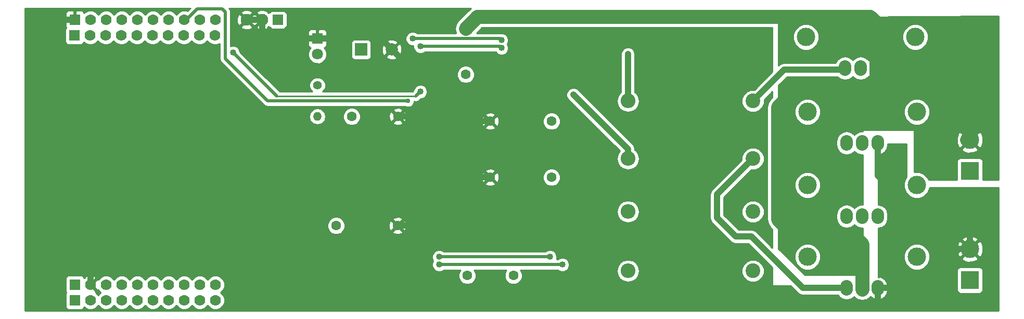
<source format=gbr>
G04 #@! TF.GenerationSoftware,KiCad,Pcbnew,(2017-03-23 revision 5aa1610)-master*
G04 #@! TF.CreationDate,2017-05-08T22:11:12+02:00*
G04 #@! TF.ProjectId,aPortableInductionHeater,61506F727461626C65496E6475637469,rev?*
G04 #@! TF.FileFunction,Copper,L2,Bot,Plane*
G04 #@! TF.FilePolarity,Positive*
%FSLAX46Y46*%
G04 Gerber Fmt 4.6, Leading zero omitted, Abs format (unit mm)*
G04 Created by KiCad (PCBNEW (2017-03-23 revision 5aa1610)-master) date 2017 May 08, Monday 22:11:12*
%MOMM*%
%LPD*%
G01*
G04 APERTURE LIST*
%ADD10C,0.100000*%
%ADD11C,3.000000*%
%ADD12O,2.032000X2.540000*%
%ADD13C,1.600000*%
%ADD14R,1.778000X1.778000*%
%ADD15C,1.778000*%
%ADD16C,1.930400*%
%ADD17R,1.676400X1.676400*%
%ADD18C,2.400000*%
%ADD19O,2.400000X2.400000*%
%ADD20C,2.000000*%
%ADD21R,2.000000X2.000000*%
%ADD22C,1.800000*%
%ADD23R,1.800000X1.800000*%
%ADD24O,1.400000X1.400000*%
%ADD25C,1.400000*%
%ADD26R,3.000000X3.000000*%
%ADD27C,1.016000*%
%ADD28C,0.762000*%
%ADD29C,1.016000*%
%ADD30C,0.508000*%
%ADD31C,2.286000*%
%ADD32C,0.254000*%
G04 APERTURE END LIST*
D10*
D11*
X201676000Y-110490000D03*
D12*
X210566000Y-115570000D03*
X213106000Y-115570000D03*
X208026000Y-115570000D03*
D11*
X219456000Y-110490000D03*
X219456000Y-98806000D03*
D12*
X208026000Y-103886000D03*
X213106000Y-103886000D03*
X210566000Y-103886000D03*
D11*
X201676000Y-98806000D03*
X219456000Y-86868000D03*
D12*
X208026000Y-91948000D03*
X213106000Y-91948000D03*
X210566000Y-91948000D03*
D11*
X201676000Y-86868000D03*
X201422000Y-74676000D03*
D12*
X210312000Y-79756000D03*
X212852000Y-79756000D03*
X207772000Y-79756000D03*
D11*
X219202000Y-74676000D03*
D13*
X127508000Y-87630000D03*
X135008000Y-87630000D03*
X160020000Y-88392000D03*
X150020000Y-88392000D03*
X160020000Y-97536000D03*
X150020000Y-97536000D03*
X124968000Y-105410000D03*
X134968000Y-105410000D03*
X146050000Y-80772000D03*
X146050000Y-73272000D03*
X146304000Y-113538000D03*
X153804000Y-113538000D03*
D14*
X82460000Y-71850000D03*
D15*
X85000000Y-71850000D03*
X87540000Y-71850000D03*
X90080000Y-71850000D03*
X92620000Y-71850000D03*
X95160000Y-71850000D03*
X97700000Y-71850000D03*
X100240000Y-71850000D03*
X102780000Y-71850000D03*
X105320000Y-71850000D03*
D14*
X82410000Y-74400000D03*
D15*
X84950000Y-74400000D03*
X87490000Y-74400000D03*
X90030000Y-74400000D03*
X92570000Y-74400000D03*
X95110000Y-74400000D03*
X97650000Y-74400000D03*
X100190000Y-74400000D03*
X102730000Y-74400000D03*
X105270000Y-74400000D03*
D14*
X82461100Y-115033600D03*
D15*
X85001100Y-115033600D03*
X87541100Y-115033600D03*
X90081100Y-115033600D03*
X92621100Y-115033600D03*
X95161100Y-115033600D03*
X97701100Y-115033600D03*
X100241100Y-115033600D03*
X102781100Y-115033600D03*
X105321100Y-115033600D03*
D14*
X82461100Y-117573600D03*
D15*
X85001100Y-117573600D03*
X87541100Y-117573600D03*
X90081100Y-117573600D03*
X92621100Y-117573600D03*
X95161100Y-117573600D03*
X97701100Y-117573600D03*
X100241100Y-117573600D03*
X102781100Y-117573600D03*
X105321100Y-117573600D03*
D16*
X110406601Y-71859043D03*
X112946601Y-71859043D03*
D17*
X115486601Y-71859043D03*
D18*
X192786000Y-112776000D03*
D19*
X172466000Y-112776000D03*
D18*
X192786000Y-85090000D03*
D19*
X172466000Y-85090000D03*
X172466000Y-103124000D03*
D18*
X192786000Y-103124000D03*
D19*
X172466000Y-94488000D03*
D18*
X192786000Y-94488000D03*
D20*
X134032000Y-76708000D03*
D21*
X129032000Y-76708000D03*
D22*
X121920000Y-77470000D03*
D23*
X121920000Y-74930000D03*
D24*
X121920000Y-87630000D03*
D25*
X121920000Y-82550000D03*
D11*
X228092000Y-91440000D03*
D26*
X228092000Y-96520000D03*
D11*
X228092000Y-109220000D03*
D26*
X228092000Y-114300000D03*
D27*
X136144000Y-97536000D03*
X164592000Y-105664000D03*
X151892000Y-78740000D03*
X141732000Y-110490000D03*
X159766000Y-110490000D03*
X141732000Y-111760000D03*
X161798000Y-111760000D03*
X163068000Y-71374000D03*
X172466000Y-77470000D03*
X163576000Y-84074000D03*
X151892000Y-75184000D03*
X137414000Y-74930000D03*
D28*
X136652000Y-85090000D03*
D27*
X108204000Y-77216000D03*
X138684000Y-83566000D03*
X138684000Y-76200000D03*
X151892000Y-76454000D03*
D29*
X228092000Y-109220000D02*
X226314000Y-109220000D01*
X219964000Y-115570000D02*
X213106000Y-115570000D01*
X226314000Y-109220000D02*
X219964000Y-115570000D01*
X135008000Y-87630000D02*
X138430000Y-87630000D01*
X138430000Y-87630000D02*
X141344000Y-84716000D01*
X144780000Y-88392000D02*
X150020000Y-88392000D01*
X145020000Y-97536000D02*
X150020000Y-97536000D01*
X134968000Y-105410000D02*
X138430000Y-105410000D01*
X138430000Y-105410000D02*
X138430000Y-105664000D01*
X228092000Y-103886000D02*
X220645188Y-103886000D01*
X228092000Y-109220000D02*
X228092000Y-103886000D01*
X213106000Y-97251515D02*
X213106000Y-91948000D01*
X220645188Y-103886000D02*
X213106000Y-97251515D01*
X85001100Y-111506000D02*
X138430000Y-111506000D01*
X138430000Y-111506000D02*
X137922000Y-111506000D01*
X137922000Y-111506000D02*
X138430000Y-111506000D01*
X145020000Y-97536000D02*
X136144000Y-97536000D01*
X165862000Y-106934000D02*
X164592000Y-105664000D01*
X165862000Y-118110000D02*
X165862000Y-106934000D01*
X141224000Y-78740000D02*
X151892000Y-78740000D01*
X82460000Y-71850000D02*
X79788000Y-71850000D01*
X85001100Y-111163100D02*
X85001100Y-111506000D01*
X85001100Y-111506000D02*
X85001100Y-115033600D01*
X79756000Y-105918000D02*
X85001100Y-111163100D01*
X79756000Y-71882000D02*
X79756000Y-105918000D01*
X79788000Y-71850000D02*
X79756000Y-71882000D01*
X82550000Y-71760000D02*
X82460000Y-71850000D01*
X121920000Y-74930000D02*
X112776000Y-74930000D01*
X112946601Y-74759399D02*
X112946601Y-71859043D01*
X112776000Y-74930000D02*
X112946601Y-74759399D01*
X112946601Y-71859043D02*
X110406601Y-71859043D01*
X121920000Y-74930000D02*
X124714000Y-74930000D01*
X130222000Y-72898000D02*
X134032000Y-76708000D01*
X126746000Y-72898000D02*
X130222000Y-72898000D01*
X124714000Y-74930000D02*
X126746000Y-72898000D01*
X145020000Y-88392000D02*
X144780000Y-88392000D01*
X141224000Y-78740000D02*
X136064000Y-78740000D01*
X145020000Y-88392000D02*
X141344000Y-84716000D01*
X141344000Y-84716000D02*
X141224000Y-84596000D01*
X141224000Y-84596000D02*
X141224000Y-78740000D01*
X136064000Y-78740000D02*
X134032000Y-76708000D01*
X145020000Y-97536000D02*
X145020000Y-88392000D01*
X213106000Y-115824000D02*
X213106000Y-117856000D01*
X213106000Y-117856000D02*
X212852000Y-118110000D01*
X138430000Y-104126000D02*
X145020000Y-97536000D01*
X138430000Y-116332000D02*
X138430000Y-111506000D01*
X165862000Y-118110000D02*
X140208000Y-118110000D01*
X140208000Y-118110000D02*
X138430000Y-116332000D01*
X138430000Y-111506000D02*
X138430000Y-105664000D01*
X138430000Y-105664000D02*
X138430000Y-104126000D01*
X212852000Y-118110000D02*
X165862000Y-118110000D01*
D30*
X159766000Y-110490000D02*
X141732000Y-110490000D01*
X161798000Y-111760000D02*
X141732000Y-111760000D01*
D31*
X212852000Y-79756000D02*
X212852000Y-82804000D01*
X210566000Y-108458000D02*
X210566000Y-115570000D01*
X210566000Y-108458000D02*
X209296000Y-107188000D01*
X209296000Y-107188000D02*
X199644000Y-107188000D01*
X199644000Y-107188000D02*
X196850000Y-104394000D01*
X196850000Y-104394000D02*
X196850000Y-86106000D01*
X196850000Y-86106000D02*
X200152000Y-82804000D01*
X200152000Y-82804000D02*
X212852000Y-82804000D01*
X228092000Y-91440000D02*
X228092000Y-87376000D01*
X220472000Y-79756000D02*
X212852000Y-79756000D01*
X228092000Y-87376000D02*
X220472000Y-79756000D01*
X148242000Y-71374000D02*
X147948000Y-71374000D01*
X163068000Y-71374000D02*
X148242000Y-71374000D01*
X147948000Y-71374000D02*
X146050000Y-73272000D01*
X210566000Y-115824000D02*
X210566000Y-115316000D01*
X211836000Y-71374000D02*
X163068000Y-71374000D01*
X212852000Y-79756000D02*
X212852000Y-72390000D01*
X212852000Y-72390000D02*
X211836000Y-71374000D01*
X228092000Y-91440000D02*
X227584000Y-91440000D01*
D29*
X192786000Y-85090000D02*
X197866000Y-80010000D01*
X197866000Y-80010000D02*
X207518000Y-80010000D01*
X207518000Y-80010000D02*
X207772000Y-79756000D01*
X192786000Y-85090000D02*
X192786000Y-84836000D01*
X208026000Y-115570000D02*
X200914000Y-115570000D01*
X186944000Y-100330000D02*
X192786000Y-94488000D01*
X186944000Y-104140000D02*
X186944000Y-100330000D01*
X189992000Y-107188000D02*
X186944000Y-104140000D01*
X192532000Y-107188000D02*
X189992000Y-107188000D01*
X200914000Y-115570000D02*
X192532000Y-107188000D01*
X208026000Y-115824000D02*
X208026000Y-115570000D01*
X208026000Y-115570000D02*
X208026000Y-115570000D01*
X172466000Y-77470000D02*
X172466000Y-85090000D01*
X172466000Y-92964000D02*
X172466000Y-94488000D01*
X163576000Y-84074000D02*
X172466000Y-92964000D01*
D30*
X113792000Y-85090000D02*
X106934000Y-78232000D01*
X151892000Y-75184000D02*
X151638000Y-74930000D01*
X151638000Y-74930000D02*
X137414000Y-74930000D01*
X136652000Y-85090000D02*
X113792000Y-85090000D01*
X102362000Y-70104000D02*
X100616000Y-71850000D01*
X106426000Y-70104000D02*
X102362000Y-70104000D01*
X106934000Y-70612000D02*
X106426000Y-70104000D01*
X106934000Y-78232000D02*
X106934000Y-70612000D01*
X100616000Y-71850000D02*
X100240000Y-71850000D01*
X115316000Y-84328000D02*
X108204000Y-77216000D01*
D32*
X137922000Y-84328000D02*
X115316000Y-84328000D01*
D30*
X138684000Y-83566000D02*
X137922000Y-84328000D01*
X151638000Y-76200000D02*
X138684000Y-76200000D01*
X151892000Y-76454000D02*
X151638000Y-76200000D01*
D32*
G36*
X232791000Y-97917000D02*
X230239440Y-97917000D01*
X230239440Y-95020000D01*
X230190157Y-94772235D01*
X230049809Y-94562191D01*
X229839765Y-94421843D01*
X229592000Y-94372560D01*
X226592000Y-94372560D01*
X226344235Y-94421843D01*
X226134191Y-94562191D01*
X225993843Y-94772235D01*
X225944560Y-95020000D01*
X225944560Y-97917000D01*
X221398746Y-97917000D01*
X221267020Y-97598200D01*
X220666959Y-96997091D01*
X219882541Y-96671372D01*
X219075000Y-96670667D01*
X219075000Y-92953970D01*
X226757635Y-92953970D01*
X226917418Y-93272739D01*
X227708187Y-93582723D01*
X228557387Y-93566497D01*
X229266582Y-93272739D01*
X229426365Y-92953970D01*
X228092000Y-91619605D01*
X226757635Y-92953970D01*
X219075000Y-92953970D01*
X219075000Y-91056187D01*
X225949277Y-91056187D01*
X225965503Y-91905387D01*
X226259261Y-92614582D01*
X226578030Y-92774365D01*
X227912395Y-91440000D01*
X228271605Y-91440000D01*
X229605970Y-92774365D01*
X229924739Y-92614582D01*
X230234723Y-91823813D01*
X230218497Y-90974613D01*
X229924739Y-90265418D01*
X229605970Y-90105635D01*
X228271605Y-91440000D01*
X227912395Y-91440000D01*
X226578030Y-90105635D01*
X226259261Y-90265418D01*
X225949277Y-91056187D01*
X219075000Y-91056187D01*
X219075000Y-89926030D01*
X226757635Y-89926030D01*
X228092000Y-91260395D01*
X229426365Y-89926030D01*
X229266582Y-89607261D01*
X228475813Y-89297277D01*
X227626613Y-89313503D01*
X226917418Y-89607261D01*
X226757635Y-89926030D01*
X219075000Y-89926030D01*
X219075000Y-89916000D01*
X219065333Y-89867399D01*
X219037803Y-89826197D01*
X218996601Y-89798667D01*
X218948000Y-89789000D01*
X210820000Y-89789000D01*
X210771399Y-89798667D01*
X210730197Y-89826197D01*
X210702667Y-89867399D01*
X210693000Y-89916000D01*
X210693000Y-90030941D01*
X210566000Y-90005679D01*
X209934190Y-90131354D01*
X209398567Y-90489246D01*
X209296000Y-90642748D01*
X209193433Y-90489246D01*
X208657810Y-90131354D01*
X208026000Y-90005679D01*
X207394190Y-90131354D01*
X206858567Y-90489246D01*
X206500675Y-91024869D01*
X206375000Y-91656679D01*
X206375000Y-92239321D01*
X206500675Y-92871131D01*
X206858567Y-93406754D01*
X207394190Y-93764646D01*
X208026000Y-93890321D01*
X208657810Y-93764646D01*
X209193433Y-93406754D01*
X209296000Y-93253252D01*
X209398567Y-93406754D01*
X209934190Y-93764646D01*
X210566000Y-93890321D01*
X210693000Y-93865059D01*
X210693000Y-101968941D01*
X210566000Y-101943679D01*
X209934190Y-102069354D01*
X209398567Y-102427246D01*
X209296000Y-102580748D01*
X209193433Y-102427246D01*
X208657810Y-102069354D01*
X208026000Y-101943679D01*
X207394190Y-102069354D01*
X206858567Y-102427246D01*
X206500675Y-102962869D01*
X206375000Y-103594679D01*
X206375000Y-104177321D01*
X206500675Y-104809131D01*
X206858567Y-105344754D01*
X207394190Y-105702646D01*
X208026000Y-105828321D01*
X208657810Y-105702646D01*
X209193433Y-105344754D01*
X209296000Y-105191252D01*
X209398567Y-105344754D01*
X209934190Y-105702646D01*
X210566000Y-105828321D01*
X210693000Y-105803059D01*
X210693000Y-113411000D01*
X201220606Y-113411000D01*
X198722421Y-110912815D01*
X199540630Y-110912815D01*
X199864980Y-111697800D01*
X200465041Y-112298909D01*
X201249459Y-112624628D01*
X202098815Y-112625370D01*
X202883800Y-112301020D01*
X203484909Y-111700959D01*
X203810628Y-110916541D01*
X203811370Y-110067185D01*
X203487020Y-109282200D01*
X202886959Y-108681091D01*
X202102541Y-108355372D01*
X201253185Y-108354630D01*
X200468200Y-108678980D01*
X199867091Y-109279041D01*
X199541372Y-110063459D01*
X199540630Y-110912815D01*
X198722421Y-110912815D01*
X196977000Y-109167394D01*
X196977000Y-99228815D01*
X199540630Y-99228815D01*
X199864980Y-100013800D01*
X200465041Y-100614909D01*
X201249459Y-100940628D01*
X202098815Y-100941370D01*
X202883800Y-100617020D01*
X203484909Y-100016959D01*
X203810628Y-99232541D01*
X203811370Y-98383185D01*
X203487020Y-97598200D01*
X202886959Y-96997091D01*
X202102541Y-96671372D01*
X201253185Y-96670630D01*
X200468200Y-96994980D01*
X199867091Y-97595041D01*
X199541372Y-98379459D01*
X199540630Y-99228815D01*
X196977000Y-99228815D01*
X196977000Y-87290815D01*
X199540630Y-87290815D01*
X199864980Y-88075800D01*
X200465041Y-88676909D01*
X201249459Y-89002628D01*
X202098815Y-89003370D01*
X202883800Y-88679020D01*
X203484909Y-88078959D01*
X203810628Y-87294541D01*
X203810631Y-87290815D01*
X217320630Y-87290815D01*
X217644980Y-88075800D01*
X218245041Y-88676909D01*
X219029459Y-89002628D01*
X219878815Y-89003370D01*
X220663800Y-88679020D01*
X221264909Y-88078959D01*
X221590628Y-87294541D01*
X221591370Y-86445185D01*
X221267020Y-85660200D01*
X220666959Y-85059091D01*
X219882541Y-84733372D01*
X219033185Y-84732630D01*
X218248200Y-85056980D01*
X217647091Y-85657041D01*
X217321372Y-86441459D01*
X217320630Y-87290815D01*
X203810631Y-87290815D01*
X203811370Y-86445185D01*
X203487020Y-85660200D01*
X202886959Y-85059091D01*
X202102541Y-84733372D01*
X201253185Y-84732630D01*
X200468200Y-85056980D01*
X199867091Y-85657041D01*
X199541372Y-86441459D01*
X199540630Y-87290815D01*
X196977000Y-87290815D01*
X196977000Y-82515446D01*
X198339446Y-81153000D01*
X206563304Y-81153000D01*
X206604567Y-81214754D01*
X207140190Y-81572646D01*
X207772000Y-81698321D01*
X208403810Y-81572646D01*
X208939433Y-81214754D01*
X209042000Y-81061252D01*
X209144567Y-81214754D01*
X209680190Y-81572646D01*
X210312000Y-81698321D01*
X210943810Y-81572646D01*
X211479433Y-81214754D01*
X211596054Y-81040219D01*
X211774370Y-81267236D01*
X212337523Y-81583926D01*
X212469056Y-81615975D01*
X212725000Y-81496836D01*
X212725000Y-79883000D01*
X212979000Y-79883000D01*
X212979000Y-81496836D01*
X213234944Y-81615975D01*
X213366477Y-81583926D01*
X213929630Y-81267236D01*
X214328724Y-80759143D01*
X214503000Y-80137000D01*
X214503000Y-79883000D01*
X212979000Y-79883000D01*
X212725000Y-79883000D01*
X212705000Y-79883000D01*
X212705000Y-79629000D01*
X212725000Y-79629000D01*
X212725000Y-78015164D01*
X212979000Y-78015164D01*
X212979000Y-79629000D01*
X214503000Y-79629000D01*
X214503000Y-79375000D01*
X214328724Y-78752857D01*
X213929630Y-78244764D01*
X213366477Y-77928074D01*
X213234944Y-77896025D01*
X212979000Y-78015164D01*
X212725000Y-78015164D01*
X212469056Y-77896025D01*
X212337523Y-77928074D01*
X211774370Y-78244764D01*
X211596054Y-78471781D01*
X211479433Y-78297246D01*
X210943810Y-77939354D01*
X210312000Y-77813679D01*
X209680190Y-77939354D01*
X209144567Y-78297246D01*
X209042000Y-78450748D01*
X208939433Y-78297246D01*
X208403810Y-77939354D01*
X207772000Y-77813679D01*
X207140190Y-77939354D01*
X206604567Y-78297246D01*
X206246675Y-78832869D01*
X206239886Y-78867000D01*
X197866000Y-78867000D01*
X197428593Y-78954006D01*
X197057777Y-79201777D01*
X196977000Y-79282554D01*
X196977000Y-75098815D01*
X199286630Y-75098815D01*
X199610980Y-75883800D01*
X200211041Y-76484909D01*
X200995459Y-76810628D01*
X201844815Y-76811370D01*
X202629800Y-76487020D01*
X203230909Y-75886959D01*
X203556628Y-75102541D01*
X203556631Y-75098815D01*
X217066630Y-75098815D01*
X217390980Y-75883800D01*
X217991041Y-76484909D01*
X218775459Y-76810628D01*
X219624815Y-76811370D01*
X220409800Y-76487020D01*
X221010909Y-75886959D01*
X221336628Y-75102541D01*
X221337370Y-74253185D01*
X221013020Y-73468200D01*
X220412959Y-72867091D01*
X219628541Y-72541372D01*
X218779185Y-72540630D01*
X217994200Y-72864980D01*
X217393091Y-73465041D01*
X217067372Y-74249459D01*
X217066630Y-75098815D01*
X203556631Y-75098815D01*
X203557370Y-74253185D01*
X203233020Y-73468200D01*
X202632959Y-72867091D01*
X201848541Y-72541372D01*
X200999185Y-72540630D01*
X200214200Y-72864980D01*
X199613091Y-73465041D01*
X199287372Y-74249459D01*
X199286630Y-75098815D01*
X196977000Y-75098815D01*
X196977000Y-71500096D01*
X232410487Y-71247000D01*
X232791000Y-71247000D01*
X232791000Y-97917000D01*
X232791000Y-97917000D01*
G37*
X232791000Y-97917000D02*
X230239440Y-97917000D01*
X230239440Y-95020000D01*
X230190157Y-94772235D01*
X230049809Y-94562191D01*
X229839765Y-94421843D01*
X229592000Y-94372560D01*
X226592000Y-94372560D01*
X226344235Y-94421843D01*
X226134191Y-94562191D01*
X225993843Y-94772235D01*
X225944560Y-95020000D01*
X225944560Y-97917000D01*
X221398746Y-97917000D01*
X221267020Y-97598200D01*
X220666959Y-96997091D01*
X219882541Y-96671372D01*
X219075000Y-96670667D01*
X219075000Y-92953970D01*
X226757635Y-92953970D01*
X226917418Y-93272739D01*
X227708187Y-93582723D01*
X228557387Y-93566497D01*
X229266582Y-93272739D01*
X229426365Y-92953970D01*
X228092000Y-91619605D01*
X226757635Y-92953970D01*
X219075000Y-92953970D01*
X219075000Y-91056187D01*
X225949277Y-91056187D01*
X225965503Y-91905387D01*
X226259261Y-92614582D01*
X226578030Y-92774365D01*
X227912395Y-91440000D01*
X228271605Y-91440000D01*
X229605970Y-92774365D01*
X229924739Y-92614582D01*
X230234723Y-91823813D01*
X230218497Y-90974613D01*
X229924739Y-90265418D01*
X229605970Y-90105635D01*
X228271605Y-91440000D01*
X227912395Y-91440000D01*
X226578030Y-90105635D01*
X226259261Y-90265418D01*
X225949277Y-91056187D01*
X219075000Y-91056187D01*
X219075000Y-89926030D01*
X226757635Y-89926030D01*
X228092000Y-91260395D01*
X229426365Y-89926030D01*
X229266582Y-89607261D01*
X228475813Y-89297277D01*
X227626613Y-89313503D01*
X226917418Y-89607261D01*
X226757635Y-89926030D01*
X219075000Y-89926030D01*
X219075000Y-89916000D01*
X219065333Y-89867399D01*
X219037803Y-89826197D01*
X218996601Y-89798667D01*
X218948000Y-89789000D01*
X210820000Y-89789000D01*
X210771399Y-89798667D01*
X210730197Y-89826197D01*
X210702667Y-89867399D01*
X210693000Y-89916000D01*
X210693000Y-90030941D01*
X210566000Y-90005679D01*
X209934190Y-90131354D01*
X209398567Y-90489246D01*
X209296000Y-90642748D01*
X209193433Y-90489246D01*
X208657810Y-90131354D01*
X208026000Y-90005679D01*
X207394190Y-90131354D01*
X206858567Y-90489246D01*
X206500675Y-91024869D01*
X206375000Y-91656679D01*
X206375000Y-92239321D01*
X206500675Y-92871131D01*
X206858567Y-93406754D01*
X207394190Y-93764646D01*
X208026000Y-93890321D01*
X208657810Y-93764646D01*
X209193433Y-93406754D01*
X209296000Y-93253252D01*
X209398567Y-93406754D01*
X209934190Y-93764646D01*
X210566000Y-93890321D01*
X210693000Y-93865059D01*
X210693000Y-101968941D01*
X210566000Y-101943679D01*
X209934190Y-102069354D01*
X209398567Y-102427246D01*
X209296000Y-102580748D01*
X209193433Y-102427246D01*
X208657810Y-102069354D01*
X208026000Y-101943679D01*
X207394190Y-102069354D01*
X206858567Y-102427246D01*
X206500675Y-102962869D01*
X206375000Y-103594679D01*
X206375000Y-104177321D01*
X206500675Y-104809131D01*
X206858567Y-105344754D01*
X207394190Y-105702646D01*
X208026000Y-105828321D01*
X208657810Y-105702646D01*
X209193433Y-105344754D01*
X209296000Y-105191252D01*
X209398567Y-105344754D01*
X209934190Y-105702646D01*
X210566000Y-105828321D01*
X210693000Y-105803059D01*
X210693000Y-113411000D01*
X201220606Y-113411000D01*
X198722421Y-110912815D01*
X199540630Y-110912815D01*
X199864980Y-111697800D01*
X200465041Y-112298909D01*
X201249459Y-112624628D01*
X202098815Y-112625370D01*
X202883800Y-112301020D01*
X203484909Y-111700959D01*
X203810628Y-110916541D01*
X203811370Y-110067185D01*
X203487020Y-109282200D01*
X202886959Y-108681091D01*
X202102541Y-108355372D01*
X201253185Y-108354630D01*
X200468200Y-108678980D01*
X199867091Y-109279041D01*
X199541372Y-110063459D01*
X199540630Y-110912815D01*
X198722421Y-110912815D01*
X196977000Y-109167394D01*
X196977000Y-99228815D01*
X199540630Y-99228815D01*
X199864980Y-100013800D01*
X200465041Y-100614909D01*
X201249459Y-100940628D01*
X202098815Y-100941370D01*
X202883800Y-100617020D01*
X203484909Y-100016959D01*
X203810628Y-99232541D01*
X203811370Y-98383185D01*
X203487020Y-97598200D01*
X202886959Y-96997091D01*
X202102541Y-96671372D01*
X201253185Y-96670630D01*
X200468200Y-96994980D01*
X199867091Y-97595041D01*
X199541372Y-98379459D01*
X199540630Y-99228815D01*
X196977000Y-99228815D01*
X196977000Y-87290815D01*
X199540630Y-87290815D01*
X199864980Y-88075800D01*
X200465041Y-88676909D01*
X201249459Y-89002628D01*
X202098815Y-89003370D01*
X202883800Y-88679020D01*
X203484909Y-88078959D01*
X203810628Y-87294541D01*
X203810631Y-87290815D01*
X217320630Y-87290815D01*
X217644980Y-88075800D01*
X218245041Y-88676909D01*
X219029459Y-89002628D01*
X219878815Y-89003370D01*
X220663800Y-88679020D01*
X221264909Y-88078959D01*
X221590628Y-87294541D01*
X221591370Y-86445185D01*
X221267020Y-85660200D01*
X220666959Y-85059091D01*
X219882541Y-84733372D01*
X219033185Y-84732630D01*
X218248200Y-85056980D01*
X217647091Y-85657041D01*
X217321372Y-86441459D01*
X217320630Y-87290815D01*
X203810631Y-87290815D01*
X203811370Y-86445185D01*
X203487020Y-85660200D01*
X202886959Y-85059091D01*
X202102541Y-84733372D01*
X201253185Y-84732630D01*
X200468200Y-85056980D01*
X199867091Y-85657041D01*
X199541372Y-86441459D01*
X199540630Y-87290815D01*
X196977000Y-87290815D01*
X196977000Y-82515446D01*
X198339446Y-81153000D01*
X206563304Y-81153000D01*
X206604567Y-81214754D01*
X207140190Y-81572646D01*
X207772000Y-81698321D01*
X208403810Y-81572646D01*
X208939433Y-81214754D01*
X209042000Y-81061252D01*
X209144567Y-81214754D01*
X209680190Y-81572646D01*
X210312000Y-81698321D01*
X210943810Y-81572646D01*
X211479433Y-81214754D01*
X211596054Y-81040219D01*
X211774370Y-81267236D01*
X212337523Y-81583926D01*
X212469056Y-81615975D01*
X212725000Y-81496836D01*
X212725000Y-79883000D01*
X212979000Y-79883000D01*
X212979000Y-81496836D01*
X213234944Y-81615975D01*
X213366477Y-81583926D01*
X213929630Y-81267236D01*
X214328724Y-80759143D01*
X214503000Y-80137000D01*
X214503000Y-79883000D01*
X212979000Y-79883000D01*
X212725000Y-79883000D01*
X212705000Y-79883000D01*
X212705000Y-79629000D01*
X212725000Y-79629000D01*
X212725000Y-78015164D01*
X212979000Y-78015164D01*
X212979000Y-79629000D01*
X214503000Y-79629000D01*
X214503000Y-79375000D01*
X214328724Y-78752857D01*
X213929630Y-78244764D01*
X213366477Y-77928074D01*
X213234944Y-77896025D01*
X212979000Y-78015164D01*
X212725000Y-78015164D01*
X212469056Y-77896025D01*
X212337523Y-77928074D01*
X211774370Y-78244764D01*
X211596054Y-78471781D01*
X211479433Y-78297246D01*
X210943810Y-77939354D01*
X210312000Y-77813679D01*
X209680190Y-77939354D01*
X209144567Y-78297246D01*
X209042000Y-78450748D01*
X208939433Y-78297246D01*
X208403810Y-77939354D01*
X207772000Y-77813679D01*
X207140190Y-77939354D01*
X206604567Y-78297246D01*
X206246675Y-78832869D01*
X206239886Y-78867000D01*
X197866000Y-78867000D01*
X197428593Y-78954006D01*
X197057777Y-79201777D01*
X196977000Y-79282554D01*
X196977000Y-75098815D01*
X199286630Y-75098815D01*
X199610980Y-75883800D01*
X200211041Y-76484909D01*
X200995459Y-76810628D01*
X201844815Y-76811370D01*
X202629800Y-76487020D01*
X203230909Y-75886959D01*
X203556628Y-75102541D01*
X203556631Y-75098815D01*
X217066630Y-75098815D01*
X217390980Y-75883800D01*
X217991041Y-76484909D01*
X218775459Y-76810628D01*
X219624815Y-76811370D01*
X220409800Y-76487020D01*
X221010909Y-75886959D01*
X221336628Y-75102541D01*
X221337370Y-74253185D01*
X221013020Y-73468200D01*
X220412959Y-72867091D01*
X219628541Y-72541372D01*
X218779185Y-72540630D01*
X217994200Y-72864980D01*
X217393091Y-73465041D01*
X217067372Y-74249459D01*
X217066630Y-75098815D01*
X203556631Y-75098815D01*
X203557370Y-74253185D01*
X203233020Y-73468200D01*
X202632959Y-72867091D01*
X201848541Y-72541372D01*
X200999185Y-72540630D01*
X200214200Y-72864980D01*
X199613091Y-73465041D01*
X199287372Y-74249459D01*
X199286630Y-75098815D01*
X196977000Y-75098815D01*
X196977000Y-71500096D01*
X232410487Y-71247000D01*
X232791000Y-71247000D01*
X232791000Y-97917000D01*
G36*
X100783320Y-70425444D02*
X100544472Y-70326265D01*
X99938188Y-70325736D01*
X99377851Y-70557262D01*
X98969664Y-70964737D01*
X98564404Y-70558769D01*
X98004472Y-70326265D01*
X97398188Y-70325736D01*
X96837851Y-70557262D01*
X96429664Y-70964737D01*
X96024404Y-70558769D01*
X95464472Y-70326265D01*
X94858188Y-70325736D01*
X94297851Y-70557262D01*
X93889664Y-70964737D01*
X93484404Y-70558769D01*
X92924472Y-70326265D01*
X92318188Y-70325736D01*
X91757851Y-70557262D01*
X91349664Y-70964737D01*
X90944404Y-70558769D01*
X90384472Y-70326265D01*
X89778188Y-70325736D01*
X89217851Y-70557262D01*
X88809664Y-70964737D01*
X88404404Y-70558769D01*
X87844472Y-70326265D01*
X87238188Y-70325736D01*
X86677851Y-70557262D01*
X86269664Y-70964737D01*
X85864404Y-70558769D01*
X85304472Y-70326265D01*
X84698188Y-70325736D01*
X84137851Y-70557262D01*
X83947708Y-70747074D01*
X83887327Y-70601302D01*
X83708699Y-70422673D01*
X83475310Y-70326000D01*
X82745750Y-70326000D01*
X82587000Y-70484750D01*
X82587000Y-71723000D01*
X82607000Y-71723000D01*
X82607000Y-71977000D01*
X82587000Y-71977000D01*
X82587000Y-71997000D01*
X82333000Y-71997000D01*
X82333000Y-71977000D01*
X81094750Y-71977000D01*
X80936000Y-72135750D01*
X80936000Y-72865309D01*
X81032673Y-73098698D01*
X81032740Y-73098765D01*
X80922843Y-73263235D01*
X80873560Y-73511000D01*
X80873560Y-75289000D01*
X80922843Y-75536765D01*
X81063191Y-75746809D01*
X81273235Y-75887157D01*
X81521000Y-75936440D01*
X83299000Y-75936440D01*
X83546765Y-75887157D01*
X83756809Y-75746809D01*
X83897157Y-75536765D01*
X83902846Y-75508162D01*
X84085596Y-75691231D01*
X84645528Y-75923735D01*
X85251812Y-75924264D01*
X85812149Y-75692738D01*
X86220336Y-75285263D01*
X86625596Y-75691231D01*
X87185528Y-75923735D01*
X87791812Y-75924264D01*
X88352149Y-75692738D01*
X88760336Y-75285263D01*
X89165596Y-75691231D01*
X89725528Y-75923735D01*
X90331812Y-75924264D01*
X90892149Y-75692738D01*
X91300336Y-75285263D01*
X91705596Y-75691231D01*
X92265528Y-75923735D01*
X92871812Y-75924264D01*
X93432149Y-75692738D01*
X93840336Y-75285263D01*
X94245596Y-75691231D01*
X94805528Y-75923735D01*
X95411812Y-75924264D01*
X95972149Y-75692738D01*
X96380336Y-75285263D01*
X96785596Y-75691231D01*
X97345528Y-75923735D01*
X97951812Y-75924264D01*
X98512149Y-75692738D01*
X98920336Y-75285263D01*
X99325596Y-75691231D01*
X99885528Y-75923735D01*
X100491812Y-75924264D01*
X101052149Y-75692738D01*
X101460336Y-75285263D01*
X101865596Y-75691231D01*
X102425528Y-75923735D01*
X103031812Y-75924264D01*
X103592149Y-75692738D01*
X104000336Y-75285263D01*
X104405596Y-75691231D01*
X104965528Y-75923735D01*
X105571812Y-75924264D01*
X106045000Y-75728747D01*
X106045000Y-78232000D01*
X106112671Y-78572206D01*
X106245201Y-78770551D01*
X106305382Y-78860618D01*
X113163382Y-85718618D01*
X113451795Y-85911330D01*
X113792000Y-85979000D01*
X136143593Y-85979000D01*
X136449018Y-86105824D01*
X136853208Y-86106176D01*
X137226766Y-85951825D01*
X137512821Y-85666269D01*
X137667824Y-85292982D01*
X137667934Y-85166463D01*
X137922000Y-85217000D01*
X138262205Y-85149329D01*
X138550618Y-84956618D01*
X138798136Y-84709100D01*
X138910359Y-84709198D01*
X139330612Y-84535554D01*
X139566216Y-84300359D01*
X162432802Y-84300359D01*
X162606446Y-84720612D01*
X162927697Y-85042423D01*
X162928176Y-85042622D01*
X171109880Y-93224326D01*
X170734731Y-93785776D01*
X170595050Y-94488000D01*
X170734731Y-95190224D01*
X171132509Y-95785541D01*
X171727826Y-96183319D01*
X172430050Y-96323000D01*
X172501950Y-96323000D01*
X173204174Y-96183319D01*
X173799491Y-95785541D01*
X174197269Y-95190224D01*
X174336950Y-94488000D01*
X174197269Y-93785776D01*
X173799491Y-93190459D01*
X173609000Y-93063177D01*
X173609000Y-92964000D01*
X173521994Y-92526593D01*
X173274223Y-92155777D01*
X166208446Y-85090000D01*
X170595050Y-85090000D01*
X170734731Y-85792224D01*
X171132509Y-86387541D01*
X171727826Y-86785319D01*
X172430050Y-86925000D01*
X172501950Y-86925000D01*
X173204174Y-86785319D01*
X173799491Y-86387541D01*
X174197269Y-85792224D01*
X174336950Y-85090000D01*
X174197269Y-84387776D01*
X173799491Y-83792459D01*
X173609000Y-83665177D01*
X173609000Y-77470000D01*
X173609198Y-77243641D01*
X173435554Y-76823388D01*
X173114303Y-76501577D01*
X172694354Y-76327199D01*
X172239641Y-76326802D01*
X171819388Y-76500446D01*
X171497577Y-76821697D01*
X171323199Y-77241646D01*
X171322802Y-77696359D01*
X171323000Y-77696838D01*
X171323000Y-83665177D01*
X171132509Y-83792459D01*
X170734731Y-84387776D01*
X170595050Y-85090000D01*
X166208446Y-85090000D01*
X164384929Y-83266483D01*
X164224303Y-83105577D01*
X163804354Y-82931199D01*
X163349641Y-82930802D01*
X162929388Y-83104446D01*
X162607577Y-83425697D01*
X162433199Y-83845646D01*
X162432802Y-84300359D01*
X139566216Y-84300359D01*
X139652423Y-84214303D01*
X139826801Y-83794354D01*
X139827198Y-83339641D01*
X139653554Y-82919388D01*
X139332303Y-82597577D01*
X138912354Y-82423199D01*
X138457641Y-82422802D01*
X138037388Y-82596446D01*
X137715577Y-82917697D01*
X137541199Y-83337646D01*
X137541099Y-83451665D01*
X137426764Y-83566000D01*
X122791850Y-83566000D01*
X123051098Y-83307204D01*
X123254768Y-82816713D01*
X123255231Y-82285617D01*
X123052418Y-81794771D01*
X122677204Y-81418902D01*
X122186713Y-81215232D01*
X121655617Y-81214769D01*
X121164771Y-81417582D01*
X120788902Y-81792796D01*
X120585232Y-82283287D01*
X120584769Y-82814383D01*
X120787582Y-83305229D01*
X121047899Y-83566000D01*
X115811236Y-83566000D01*
X113301423Y-81056187D01*
X144614752Y-81056187D01*
X144832757Y-81583800D01*
X145236077Y-81987824D01*
X145763309Y-82206750D01*
X146334187Y-82207248D01*
X146861800Y-81989243D01*
X147265824Y-81585923D01*
X147484750Y-81058691D01*
X147485248Y-80487813D01*
X147267243Y-79960200D01*
X146863923Y-79556176D01*
X146336691Y-79337250D01*
X145765813Y-79336752D01*
X145238200Y-79554757D01*
X144834176Y-79958077D01*
X144615250Y-80485309D01*
X144614752Y-81056187D01*
X113301423Y-81056187D01*
X110019227Y-77773991D01*
X120384735Y-77773991D01*
X120617932Y-78338371D01*
X121049357Y-78770551D01*
X121613330Y-79004733D01*
X122223991Y-79005265D01*
X122788371Y-78772068D01*
X123220551Y-78340643D01*
X123454733Y-77776670D01*
X123455265Y-77166009D01*
X123222068Y-76601629D01*
X123044908Y-76424159D01*
X123179699Y-76368327D01*
X123358327Y-76189698D01*
X123455000Y-75956309D01*
X123455000Y-75708000D01*
X127384560Y-75708000D01*
X127384560Y-77708000D01*
X127433843Y-77955765D01*
X127574191Y-78165809D01*
X127784235Y-78306157D01*
X128032000Y-78355440D01*
X130032000Y-78355440D01*
X130279765Y-78306157D01*
X130489809Y-78165809D01*
X130630157Y-77955765D01*
X130649099Y-77860532D01*
X133059073Y-77860532D01*
X133157736Y-78127387D01*
X133767461Y-78353908D01*
X134417460Y-78329856D01*
X134906264Y-78127387D01*
X135004927Y-77860532D01*
X134032000Y-76887605D01*
X133059073Y-77860532D01*
X130649099Y-77860532D01*
X130679440Y-77708000D01*
X130679440Y-76443461D01*
X132386092Y-76443461D01*
X132410144Y-77093460D01*
X132612613Y-77582264D01*
X132879468Y-77680927D01*
X133852395Y-76708000D01*
X134211605Y-76708000D01*
X135184532Y-77680927D01*
X135451387Y-77582264D01*
X135677908Y-76972539D01*
X135653856Y-76322540D01*
X135451387Y-75833736D01*
X135184532Y-75735073D01*
X134211605Y-76708000D01*
X133852395Y-76708000D01*
X132879468Y-75735073D01*
X132612613Y-75833736D01*
X132386092Y-76443461D01*
X130679440Y-76443461D01*
X130679440Y-75708000D01*
X130649100Y-75555468D01*
X133059073Y-75555468D01*
X134032000Y-76528395D01*
X135004927Y-75555468D01*
X134906264Y-75288613D01*
X134296539Y-75062092D01*
X133646540Y-75086144D01*
X133157736Y-75288613D01*
X133059073Y-75555468D01*
X130649100Y-75555468D01*
X130630157Y-75460235D01*
X130489809Y-75250191D01*
X130279765Y-75109843D01*
X130032000Y-75060560D01*
X128032000Y-75060560D01*
X127784235Y-75109843D01*
X127574191Y-75250191D01*
X127433843Y-75460235D01*
X127384560Y-75708000D01*
X123455000Y-75708000D01*
X123455000Y-75215750D01*
X123296250Y-75057000D01*
X122047000Y-75057000D01*
X122047000Y-75077000D01*
X121793000Y-75077000D01*
X121793000Y-75057000D01*
X120543750Y-75057000D01*
X120385000Y-75215750D01*
X120385000Y-75956309D01*
X120481673Y-76189698D01*
X120660301Y-76368327D01*
X120794994Y-76424119D01*
X120619449Y-76599357D01*
X120385267Y-77163330D01*
X120384735Y-77773991D01*
X110019227Y-77773991D01*
X109347100Y-77101864D01*
X109347198Y-76989641D01*
X109173554Y-76569388D01*
X108852303Y-76247577D01*
X108432354Y-76073199D01*
X107977641Y-76072802D01*
X107823000Y-76136698D01*
X107823000Y-73903691D01*
X120385000Y-73903691D01*
X120385000Y-74644250D01*
X120543750Y-74803000D01*
X121793000Y-74803000D01*
X121793000Y-73553750D01*
X122047000Y-73553750D01*
X122047000Y-74803000D01*
X123296250Y-74803000D01*
X123455000Y-74644250D01*
X123455000Y-73903691D01*
X123358327Y-73670302D01*
X123179699Y-73491673D01*
X122946310Y-73395000D01*
X122205750Y-73395000D01*
X122047000Y-73553750D01*
X121793000Y-73553750D01*
X121634250Y-73395000D01*
X120893690Y-73395000D01*
X120660301Y-73491673D01*
X120481673Y-73670302D01*
X120385000Y-73903691D01*
X107823000Y-73903691D01*
X107823000Y-72986393D01*
X109458856Y-72986393D01*
X109553255Y-73249639D01*
X110150370Y-73470348D01*
X110786494Y-73445750D01*
X111259947Y-73249639D01*
X111354346Y-72986393D01*
X110406601Y-72038648D01*
X109458856Y-72986393D01*
X107823000Y-72986393D01*
X107823000Y-71602812D01*
X108795296Y-71602812D01*
X108819894Y-72238936D01*
X109016005Y-72712389D01*
X109279251Y-72806788D01*
X110226996Y-71859043D01*
X110586206Y-71859043D01*
X111533951Y-72806788D01*
X111676601Y-72755634D01*
X111819251Y-72806788D01*
X112766996Y-71859043D01*
X111819251Y-70911298D01*
X111676601Y-70962452D01*
X111533951Y-70911298D01*
X110586206Y-71859043D01*
X110226996Y-71859043D01*
X109279251Y-70911298D01*
X109016005Y-71005697D01*
X108795296Y-71602812D01*
X107823000Y-71602812D01*
X107823000Y-70731693D01*
X109458856Y-70731693D01*
X110406601Y-71679438D01*
X111354346Y-70731693D01*
X111998856Y-70731693D01*
X112946601Y-71679438D01*
X112960744Y-71665296D01*
X113140349Y-71844901D01*
X113126206Y-71859043D01*
X113140349Y-71873186D01*
X112960744Y-72052791D01*
X112946601Y-72038648D01*
X111998856Y-72986393D01*
X112093255Y-73249639D01*
X112690370Y-73470348D01*
X113326494Y-73445750D01*
X113799947Y-73249639D01*
X113894345Y-72986395D01*
X114008718Y-73100768D01*
X114096000Y-73013486D01*
X114190592Y-73155052D01*
X114400636Y-73295400D01*
X114648401Y-73344683D01*
X116324801Y-73344683D01*
X116572566Y-73295400D01*
X116782610Y-73155052D01*
X116922958Y-72945008D01*
X116972241Y-72697243D01*
X116972241Y-71020843D01*
X116922958Y-70773078D01*
X116782610Y-70563034D01*
X116572566Y-70422686D01*
X116324801Y-70373403D01*
X114648401Y-70373403D01*
X114400636Y-70422686D01*
X114190592Y-70563034D01*
X114096000Y-70704600D01*
X114008718Y-70617318D01*
X113894345Y-70731691D01*
X113799947Y-70468447D01*
X113202832Y-70247738D01*
X112566708Y-70272336D01*
X112093255Y-70468447D01*
X111998856Y-70731693D01*
X111354346Y-70731693D01*
X111259947Y-70468447D01*
X110662832Y-70247738D01*
X110026708Y-70272336D01*
X109553255Y-70468447D01*
X109458856Y-70731693D01*
X107823000Y-70731693D01*
X107823000Y-70612000D01*
X107755329Y-70271794D01*
X107562618Y-69983382D01*
X107556236Y-69977000D01*
X146899936Y-69977000D01*
X146690764Y-70116764D01*
X144792764Y-72014764D01*
X144407342Y-72591589D01*
X144272000Y-73272000D01*
X144407342Y-73952411D01*
X144466535Y-74041000D01*
X138141588Y-74041000D01*
X138062303Y-73961577D01*
X137642354Y-73787199D01*
X137187641Y-73786802D01*
X136767388Y-73960446D01*
X136445577Y-74281697D01*
X136271199Y-74701646D01*
X136270802Y-75156359D01*
X136444446Y-75576612D01*
X136765697Y-75898423D01*
X137185646Y-76072801D01*
X137541110Y-76073111D01*
X137540802Y-76426359D01*
X137714446Y-76846612D01*
X138035697Y-77168423D01*
X138455646Y-77342801D01*
X138910359Y-77343198D01*
X139330612Y-77169554D01*
X139411306Y-77089000D01*
X150917648Y-77089000D01*
X150922446Y-77100612D01*
X151243697Y-77422423D01*
X151663646Y-77596801D01*
X152118359Y-77597198D01*
X152538612Y-77423554D01*
X152860423Y-77102303D01*
X153034801Y-76682354D01*
X153035198Y-76227641D01*
X152866150Y-75818511D01*
X153034801Y-75412354D01*
X153035198Y-74957641D01*
X152861554Y-74537388D01*
X152540303Y-74215577D01*
X152120354Y-74041199D01*
X151665641Y-74040802D01*
X151656335Y-74044647D01*
X151638000Y-74041000D01*
X147795472Y-74041000D01*
X148684472Y-73152000D01*
X195961000Y-73152000D01*
X195961000Y-80298554D01*
X193004364Y-83255190D01*
X192422597Y-83254682D01*
X191747914Y-83533455D01*
X191231270Y-84049199D01*
X190951319Y-84723395D01*
X190950682Y-85453403D01*
X191229455Y-86128086D01*
X191745199Y-86644730D01*
X192419395Y-86924681D01*
X193149403Y-86925318D01*
X193824086Y-86646545D01*
X194340730Y-86130801D01*
X194620681Y-85456605D01*
X194621192Y-84871254D01*
X195961000Y-83531446D01*
X195961000Y-84480528D01*
X195592764Y-84848764D01*
X195207342Y-85425589D01*
X195072000Y-86106000D01*
X195072000Y-104394000D01*
X195207342Y-105074411D01*
X195592764Y-105651236D01*
X195961000Y-106019472D01*
X195961000Y-109000554D01*
X193340223Y-106379777D01*
X192969407Y-106132006D01*
X192532000Y-106045000D01*
X190465446Y-106045000D01*
X188087000Y-103666554D01*
X188087000Y-103487403D01*
X190950682Y-103487403D01*
X191229455Y-104162086D01*
X191745199Y-104678730D01*
X192419395Y-104958681D01*
X193149403Y-104959318D01*
X193824086Y-104680545D01*
X194340730Y-104164801D01*
X194620681Y-103490605D01*
X194621318Y-102760597D01*
X194342545Y-102085914D01*
X193826801Y-101569270D01*
X193152605Y-101289319D01*
X192422597Y-101288682D01*
X191747914Y-101567455D01*
X191231270Y-102083199D01*
X190951319Y-102757395D01*
X190950682Y-103487403D01*
X188087000Y-103487403D01*
X188087000Y-100803446D01*
X192567636Y-96322810D01*
X193149403Y-96323318D01*
X193824086Y-96044545D01*
X194340730Y-95528801D01*
X194620681Y-94854605D01*
X194621318Y-94124597D01*
X194342545Y-93449914D01*
X193826801Y-92933270D01*
X193152605Y-92653319D01*
X192422597Y-92652682D01*
X191747914Y-92931455D01*
X191231270Y-93447199D01*
X190951319Y-94121395D01*
X190950808Y-94706746D01*
X186135777Y-99521777D01*
X185888006Y-99892593D01*
X185801000Y-100330000D01*
X185801000Y-104140000D01*
X185888006Y-104577407D01*
X186135777Y-104948223D01*
X189183777Y-107996223D01*
X189554593Y-108243994D01*
X189992000Y-108331000D01*
X192058554Y-108331000D01*
X195961000Y-112233446D01*
X195961000Y-115062000D01*
X195970667Y-115110601D01*
X195998197Y-115151803D01*
X196039399Y-115179333D01*
X196088000Y-115189000D01*
X198916554Y-115189000D01*
X200105777Y-116378223D01*
X200476593Y-116625994D01*
X200914000Y-116713000D01*
X206647587Y-116713000D01*
X206858567Y-117028754D01*
X207394190Y-117386646D01*
X208026000Y-117512321D01*
X208657810Y-117386646D01*
X209193433Y-117028754D01*
X209233565Y-116968692D01*
X209308764Y-117081236D01*
X209885589Y-117466658D01*
X210566000Y-117602000D01*
X211246411Y-117466658D01*
X211823236Y-117081236D01*
X211917527Y-116940120D01*
X212028370Y-117081236D01*
X212591523Y-117397926D01*
X212723056Y-117429975D01*
X212979000Y-117310836D01*
X212979000Y-115697000D01*
X213233000Y-115697000D01*
X213233000Y-117310836D01*
X213488944Y-117429975D01*
X213620477Y-117397926D01*
X214183630Y-117081236D01*
X214582724Y-116573143D01*
X214757000Y-115951000D01*
X214757000Y-115697000D01*
X213233000Y-115697000D01*
X212979000Y-115697000D01*
X212959000Y-115697000D01*
X212959000Y-115443000D01*
X212979000Y-115443000D01*
X212979000Y-115423000D01*
X213233000Y-115423000D01*
X213233000Y-115443000D01*
X214757000Y-115443000D01*
X214757000Y-115189000D01*
X214582724Y-114566857D01*
X214183630Y-114058764D01*
X213620477Y-113742074D01*
X213488944Y-113710025D01*
X213233002Y-113829163D01*
X213233002Y-113665000D01*
X213233000Y-113665000D01*
X213233000Y-112800000D01*
X225944560Y-112800000D01*
X225944560Y-115800000D01*
X225993843Y-116047765D01*
X226134191Y-116257809D01*
X226344235Y-116398157D01*
X226592000Y-116447440D01*
X229592000Y-116447440D01*
X229839765Y-116398157D01*
X230049809Y-116257809D01*
X230190157Y-116047765D01*
X230239440Y-115800000D01*
X230239440Y-112800000D01*
X230190157Y-112552235D01*
X230049809Y-112342191D01*
X229839765Y-112201843D01*
X229592000Y-112152560D01*
X226592000Y-112152560D01*
X226344235Y-112201843D01*
X226134191Y-112342191D01*
X225993843Y-112552235D01*
X225944560Y-112800000D01*
X213233000Y-112800000D01*
X213233000Y-110912815D01*
X217320630Y-110912815D01*
X217644980Y-111697800D01*
X218245041Y-112298909D01*
X219029459Y-112624628D01*
X219878815Y-112625370D01*
X220663800Y-112301020D01*
X221264909Y-111700959D01*
X221590628Y-110916541D01*
X221590787Y-110733970D01*
X226757635Y-110733970D01*
X226917418Y-111052739D01*
X227708187Y-111362723D01*
X228557387Y-111346497D01*
X229266582Y-111052739D01*
X229426365Y-110733970D01*
X228092000Y-109399605D01*
X226757635Y-110733970D01*
X221590787Y-110733970D01*
X221591370Y-110067185D01*
X221267020Y-109282200D01*
X220821785Y-108836187D01*
X225949277Y-108836187D01*
X225965503Y-109685387D01*
X226259261Y-110394582D01*
X226578030Y-110554365D01*
X227912395Y-109220000D01*
X228271605Y-109220000D01*
X229605970Y-110554365D01*
X229924739Y-110394582D01*
X230234723Y-109603813D01*
X230218497Y-108754613D01*
X229924739Y-108045418D01*
X229605970Y-107885635D01*
X228271605Y-109220000D01*
X227912395Y-109220000D01*
X226578030Y-107885635D01*
X226259261Y-108045418D01*
X225949277Y-108836187D01*
X220821785Y-108836187D01*
X220666959Y-108681091D01*
X219882541Y-108355372D01*
X219033185Y-108354630D01*
X218248200Y-108678980D01*
X217647091Y-109279041D01*
X217321372Y-110063459D01*
X217320630Y-110912815D01*
X213233000Y-110912815D01*
X213233000Y-107706030D01*
X226757635Y-107706030D01*
X228092000Y-109040395D01*
X229426365Y-107706030D01*
X229266582Y-107387261D01*
X228475813Y-107077277D01*
X227626613Y-107093503D01*
X226917418Y-107387261D01*
X226757635Y-107706030D01*
X213233000Y-107706030D01*
X213233000Y-105803059D01*
X213737810Y-105702646D01*
X214273433Y-105344754D01*
X214631325Y-104809131D01*
X214757000Y-104177321D01*
X214757000Y-103594679D01*
X214631325Y-102962869D01*
X214273433Y-102427246D01*
X213737810Y-102069354D01*
X213233000Y-101968941D01*
X213233000Y-93853000D01*
X213233002Y-93853000D01*
X213233002Y-93688837D01*
X213488944Y-93807975D01*
X213620477Y-93775926D01*
X214183630Y-93459236D01*
X214582724Y-92951143D01*
X214757000Y-92329000D01*
X214757000Y-92075000D01*
X217805000Y-92075000D01*
X217805000Y-97437407D01*
X217647091Y-97595041D01*
X217321372Y-98379459D01*
X217320630Y-99228815D01*
X217644980Y-100013800D01*
X218245041Y-100614909D01*
X219029459Y-100940628D01*
X219878815Y-100941370D01*
X220663800Y-100617020D01*
X221264909Y-100016959D01*
X221590628Y-99232541D01*
X221590668Y-99187000D01*
X232791000Y-99187000D01*
X232791000Y-119253000D01*
X74370000Y-119253000D01*
X74370000Y-114144600D01*
X80924660Y-114144600D01*
X80924660Y-115922600D01*
X80973943Y-116170365D01*
X81062968Y-116303600D01*
X80973943Y-116436835D01*
X80924660Y-116684600D01*
X80924660Y-118462600D01*
X80973943Y-118710365D01*
X81114291Y-118920409D01*
X81324335Y-119060757D01*
X81572100Y-119110040D01*
X83350100Y-119110040D01*
X83597865Y-119060757D01*
X83807909Y-118920409D01*
X83948257Y-118710365D01*
X83953946Y-118681762D01*
X84136696Y-118864831D01*
X84696628Y-119097335D01*
X85302912Y-119097864D01*
X85863249Y-118866338D01*
X86271436Y-118458863D01*
X86676696Y-118864831D01*
X87236628Y-119097335D01*
X87842912Y-119097864D01*
X88403249Y-118866338D01*
X88811436Y-118458863D01*
X89216696Y-118864831D01*
X89776628Y-119097335D01*
X90382912Y-119097864D01*
X90943249Y-118866338D01*
X91351436Y-118458863D01*
X91756696Y-118864831D01*
X92316628Y-119097335D01*
X92922912Y-119097864D01*
X93483249Y-118866338D01*
X93891436Y-118458863D01*
X94296696Y-118864831D01*
X94856628Y-119097335D01*
X95462912Y-119097864D01*
X96023249Y-118866338D01*
X96431436Y-118458863D01*
X96836696Y-118864831D01*
X97396628Y-119097335D01*
X98002912Y-119097864D01*
X98563249Y-118866338D01*
X98971436Y-118458863D01*
X99376696Y-118864831D01*
X99936628Y-119097335D01*
X100542912Y-119097864D01*
X101103249Y-118866338D01*
X101511436Y-118458863D01*
X101916696Y-118864831D01*
X102476628Y-119097335D01*
X103082912Y-119097864D01*
X103643249Y-118866338D01*
X104051436Y-118458863D01*
X104456696Y-118864831D01*
X105016628Y-119097335D01*
X105622912Y-119097864D01*
X106183249Y-118866338D01*
X106612331Y-118438004D01*
X106844835Y-117878072D01*
X106845364Y-117271788D01*
X106613838Y-116711451D01*
X106206363Y-116303264D01*
X106612331Y-115898004D01*
X106844835Y-115338072D01*
X106845364Y-114731788D01*
X106613838Y-114171451D01*
X106185504Y-113742369D01*
X105625572Y-113509865D01*
X105019288Y-113509336D01*
X104458951Y-113740862D01*
X104050764Y-114148337D01*
X103645504Y-113742369D01*
X103085572Y-113509865D01*
X102479288Y-113509336D01*
X101918951Y-113740862D01*
X101510764Y-114148337D01*
X101105504Y-113742369D01*
X100545572Y-113509865D01*
X99939288Y-113509336D01*
X99378951Y-113740862D01*
X98970764Y-114148337D01*
X98565504Y-113742369D01*
X98005572Y-113509865D01*
X97399288Y-113509336D01*
X96838951Y-113740862D01*
X96430764Y-114148337D01*
X96025504Y-113742369D01*
X95465572Y-113509865D01*
X94859288Y-113509336D01*
X94298951Y-113740862D01*
X93890764Y-114148337D01*
X93485504Y-113742369D01*
X92925572Y-113509865D01*
X92319288Y-113509336D01*
X91758951Y-113740862D01*
X91350764Y-114148337D01*
X90945504Y-113742369D01*
X90385572Y-113509865D01*
X89779288Y-113509336D01*
X89218951Y-113740862D01*
X88810764Y-114148337D01*
X88405504Y-113742369D01*
X87845572Y-113509865D01*
X87239288Y-113509336D01*
X86678951Y-113740862D01*
X86249869Y-114169196D01*
X86238695Y-114196106D01*
X86073296Y-114141009D01*
X85180705Y-115033600D01*
X86073296Y-115926191D01*
X86238238Y-115871247D01*
X86248362Y-115895749D01*
X86655837Y-116303936D01*
X86270764Y-116688337D01*
X85865504Y-116282369D01*
X85838594Y-116271195D01*
X85893691Y-116105796D01*
X85001100Y-115213205D01*
X84986958Y-115227348D01*
X84807353Y-115047743D01*
X84821495Y-115033600D01*
X84807353Y-115019458D01*
X84986958Y-114839853D01*
X85001100Y-114853995D01*
X85893691Y-113961404D01*
X85808633Y-113706061D01*
X85239135Y-113498084D01*
X84633400Y-113523877D01*
X84193567Y-113706061D01*
X84108510Y-113961402D01*
X83993920Y-113846812D01*
X83946511Y-113894221D01*
X83807909Y-113686791D01*
X83597865Y-113546443D01*
X83350100Y-113497160D01*
X81572100Y-113497160D01*
X81324335Y-113546443D01*
X81114291Y-113686791D01*
X80973943Y-113896835D01*
X80924660Y-114144600D01*
X74370000Y-114144600D01*
X74370000Y-110716359D01*
X140588802Y-110716359D01*
X140757850Y-111125489D01*
X140589199Y-111531646D01*
X140588802Y-111986359D01*
X140762446Y-112406612D01*
X141083697Y-112728423D01*
X141503646Y-112902801D01*
X141958359Y-112903198D01*
X142378612Y-112729554D01*
X142459306Y-112649000D01*
X145163384Y-112649000D01*
X145088176Y-112724077D01*
X144869250Y-113251309D01*
X144868752Y-113822187D01*
X145086757Y-114349800D01*
X145490077Y-114753824D01*
X146017309Y-114972750D01*
X146588187Y-114973248D01*
X147115800Y-114755243D01*
X147519824Y-114351923D01*
X147738750Y-113824691D01*
X147739248Y-113253813D01*
X147521243Y-112726200D01*
X147444178Y-112649000D01*
X152663384Y-112649000D01*
X152588176Y-112724077D01*
X152369250Y-113251309D01*
X152368752Y-113822187D01*
X152586757Y-114349800D01*
X152990077Y-114753824D01*
X153517309Y-114972750D01*
X154088187Y-114973248D01*
X154615800Y-114755243D01*
X155019824Y-114351923D01*
X155238750Y-113824691D01*
X155239248Y-113253813D01*
X155021243Y-112726200D01*
X154944178Y-112649000D01*
X161070412Y-112649000D01*
X161149697Y-112728423D01*
X161569646Y-112902801D01*
X162024359Y-112903198D01*
X162332203Y-112776000D01*
X170595050Y-112776000D01*
X170734731Y-113478224D01*
X171132509Y-114073541D01*
X171727826Y-114471319D01*
X172430050Y-114611000D01*
X172501950Y-114611000D01*
X173204174Y-114471319D01*
X173799491Y-114073541D01*
X174197269Y-113478224D01*
X174264664Y-113139403D01*
X190950682Y-113139403D01*
X191229455Y-113814086D01*
X191745199Y-114330730D01*
X192419395Y-114610681D01*
X193149403Y-114611318D01*
X193824086Y-114332545D01*
X194340730Y-113816801D01*
X194620681Y-113142605D01*
X194621318Y-112412597D01*
X194342545Y-111737914D01*
X193826801Y-111221270D01*
X193152605Y-110941319D01*
X192422597Y-110940682D01*
X191747914Y-111219455D01*
X191231270Y-111735199D01*
X190951319Y-112409395D01*
X190950682Y-113139403D01*
X174264664Y-113139403D01*
X174336950Y-112776000D01*
X174197269Y-112073776D01*
X173799491Y-111478459D01*
X173204174Y-111080681D01*
X172501950Y-110941000D01*
X172430050Y-110941000D01*
X171727826Y-111080681D01*
X171132509Y-111478459D01*
X170734731Y-112073776D01*
X170595050Y-112776000D01*
X162332203Y-112776000D01*
X162444612Y-112729554D01*
X162766423Y-112408303D01*
X162940801Y-111988354D01*
X162941198Y-111533641D01*
X162767554Y-111113388D01*
X162446303Y-110791577D01*
X162026354Y-110617199D01*
X161571641Y-110616802D01*
X161151388Y-110790446D01*
X161070694Y-110871000D01*
X160845417Y-110871000D01*
X160908801Y-110718354D01*
X160909198Y-110263641D01*
X160735554Y-109843388D01*
X160414303Y-109521577D01*
X159994354Y-109347199D01*
X159539641Y-109346802D01*
X159119388Y-109520446D01*
X159038694Y-109601000D01*
X142459588Y-109601000D01*
X142380303Y-109521577D01*
X141960354Y-109347199D01*
X141505641Y-109346802D01*
X141085388Y-109520446D01*
X140763577Y-109841697D01*
X140589199Y-110261646D01*
X140588802Y-110716359D01*
X74370000Y-110716359D01*
X74370000Y-105694187D01*
X123532752Y-105694187D01*
X123750757Y-106221800D01*
X124154077Y-106625824D01*
X124681309Y-106844750D01*
X125252187Y-106845248D01*
X125779800Y-106627243D01*
X125989663Y-106417745D01*
X134139861Y-106417745D01*
X134213995Y-106663864D01*
X134751223Y-106856965D01*
X135321454Y-106829778D01*
X135722005Y-106663864D01*
X135796139Y-106417745D01*
X134968000Y-105589605D01*
X134139861Y-106417745D01*
X125989663Y-106417745D01*
X126183824Y-106223923D01*
X126402750Y-105696691D01*
X126403189Y-105193223D01*
X133521035Y-105193223D01*
X133548222Y-105763454D01*
X133714136Y-106164005D01*
X133960255Y-106238139D01*
X134788395Y-105410000D01*
X135147605Y-105410000D01*
X135975745Y-106238139D01*
X136221864Y-106164005D01*
X136414965Y-105626777D01*
X136387778Y-105056546D01*
X136221864Y-104655995D01*
X135975745Y-104581861D01*
X135147605Y-105410000D01*
X134788395Y-105410000D01*
X133960255Y-104581861D01*
X133714136Y-104655995D01*
X133521035Y-105193223D01*
X126403189Y-105193223D01*
X126403248Y-105125813D01*
X126185243Y-104598200D01*
X125989640Y-104402255D01*
X134139861Y-104402255D01*
X134968000Y-105230395D01*
X135796139Y-104402255D01*
X135722005Y-104156136D01*
X135184777Y-103963035D01*
X134614546Y-103990222D01*
X134213995Y-104156136D01*
X134139861Y-104402255D01*
X125989640Y-104402255D01*
X125781923Y-104194176D01*
X125254691Y-103975250D01*
X124683813Y-103974752D01*
X124156200Y-104192757D01*
X123752176Y-104596077D01*
X123533250Y-105123309D01*
X123532752Y-105694187D01*
X74370000Y-105694187D01*
X74370000Y-103124000D01*
X170595050Y-103124000D01*
X170734731Y-103826224D01*
X171132509Y-104421541D01*
X171727826Y-104819319D01*
X172430050Y-104959000D01*
X172501950Y-104959000D01*
X173204174Y-104819319D01*
X173799491Y-104421541D01*
X174197269Y-103826224D01*
X174336950Y-103124000D01*
X174197269Y-102421776D01*
X173799491Y-101826459D01*
X173204174Y-101428681D01*
X172501950Y-101289000D01*
X172430050Y-101289000D01*
X171727826Y-101428681D01*
X171132509Y-101826459D01*
X170734731Y-102421776D01*
X170595050Y-103124000D01*
X74370000Y-103124000D01*
X74370000Y-98543745D01*
X149191861Y-98543745D01*
X149265995Y-98789864D01*
X149803223Y-98982965D01*
X150373454Y-98955778D01*
X150774005Y-98789864D01*
X150848139Y-98543745D01*
X150020000Y-97715605D01*
X149191861Y-98543745D01*
X74370000Y-98543745D01*
X74370000Y-97319223D01*
X148573035Y-97319223D01*
X148600222Y-97889454D01*
X148766136Y-98290005D01*
X149012255Y-98364139D01*
X149840395Y-97536000D01*
X150199605Y-97536000D01*
X151027745Y-98364139D01*
X151273864Y-98290005D01*
X151442735Y-97820187D01*
X158584752Y-97820187D01*
X158802757Y-98347800D01*
X159206077Y-98751824D01*
X159733309Y-98970750D01*
X160304187Y-98971248D01*
X160831800Y-98753243D01*
X161235824Y-98349923D01*
X161454750Y-97822691D01*
X161455248Y-97251813D01*
X161237243Y-96724200D01*
X160833923Y-96320176D01*
X160306691Y-96101250D01*
X159735813Y-96100752D01*
X159208200Y-96318757D01*
X158804176Y-96722077D01*
X158585250Y-97249309D01*
X158584752Y-97820187D01*
X151442735Y-97820187D01*
X151466965Y-97752777D01*
X151439778Y-97182546D01*
X151273864Y-96781995D01*
X151027745Y-96707861D01*
X150199605Y-97536000D01*
X149840395Y-97536000D01*
X149012255Y-96707861D01*
X148766136Y-96781995D01*
X148573035Y-97319223D01*
X74370000Y-97319223D01*
X74370000Y-96528255D01*
X149191861Y-96528255D01*
X150020000Y-97356395D01*
X150848139Y-96528255D01*
X150774005Y-96282136D01*
X150236777Y-96089035D01*
X149666546Y-96116222D01*
X149265995Y-96282136D01*
X149191861Y-96528255D01*
X74370000Y-96528255D01*
X74370000Y-89399745D01*
X149191861Y-89399745D01*
X149265995Y-89645864D01*
X149803223Y-89838965D01*
X150373454Y-89811778D01*
X150774005Y-89645864D01*
X150848139Y-89399745D01*
X150020000Y-88571605D01*
X149191861Y-89399745D01*
X74370000Y-89399745D01*
X74370000Y-87603846D01*
X120585000Y-87603846D01*
X120585000Y-87656154D01*
X120686621Y-88167036D01*
X120976012Y-88600142D01*
X121409118Y-88889533D01*
X121920000Y-88991154D01*
X122430882Y-88889533D01*
X122863988Y-88600142D01*
X123153379Y-88167036D01*
X123203673Y-87914187D01*
X126072752Y-87914187D01*
X126290757Y-88441800D01*
X126694077Y-88845824D01*
X127221309Y-89064750D01*
X127792187Y-89065248D01*
X128319800Y-88847243D01*
X128529663Y-88637745D01*
X134179861Y-88637745D01*
X134253995Y-88883864D01*
X134791223Y-89076965D01*
X135361454Y-89049778D01*
X135762005Y-88883864D01*
X135836139Y-88637745D01*
X135008000Y-87809605D01*
X134179861Y-88637745D01*
X128529663Y-88637745D01*
X128723824Y-88443923D01*
X128942750Y-87916691D01*
X128943189Y-87413223D01*
X133561035Y-87413223D01*
X133588222Y-87983454D01*
X133754136Y-88384005D01*
X134000255Y-88458139D01*
X134828395Y-87630000D01*
X135187605Y-87630000D01*
X136015745Y-88458139D01*
X136261864Y-88384005D01*
X136336908Y-88175223D01*
X148573035Y-88175223D01*
X148600222Y-88745454D01*
X148766136Y-89146005D01*
X149012255Y-89220139D01*
X149840395Y-88392000D01*
X150199605Y-88392000D01*
X151027745Y-89220139D01*
X151273864Y-89146005D01*
X151442735Y-88676187D01*
X158584752Y-88676187D01*
X158802757Y-89203800D01*
X159206077Y-89607824D01*
X159733309Y-89826750D01*
X160304187Y-89827248D01*
X160831800Y-89609243D01*
X161235824Y-89205923D01*
X161454750Y-88678691D01*
X161455248Y-88107813D01*
X161237243Y-87580200D01*
X160833923Y-87176176D01*
X160306691Y-86957250D01*
X159735813Y-86956752D01*
X159208200Y-87174757D01*
X158804176Y-87578077D01*
X158585250Y-88105309D01*
X158584752Y-88676187D01*
X151442735Y-88676187D01*
X151466965Y-88608777D01*
X151439778Y-88038546D01*
X151273864Y-87637995D01*
X151027745Y-87563861D01*
X150199605Y-88392000D01*
X149840395Y-88392000D01*
X149012255Y-87563861D01*
X148766136Y-87637995D01*
X148573035Y-88175223D01*
X136336908Y-88175223D01*
X136454965Y-87846777D01*
X136432914Y-87384255D01*
X149191861Y-87384255D01*
X150020000Y-88212395D01*
X150848139Y-87384255D01*
X150774005Y-87138136D01*
X150236777Y-86945035D01*
X149666546Y-86972222D01*
X149265995Y-87138136D01*
X149191861Y-87384255D01*
X136432914Y-87384255D01*
X136427778Y-87276546D01*
X136261864Y-86875995D01*
X136015745Y-86801861D01*
X135187605Y-87630000D01*
X134828395Y-87630000D01*
X134000255Y-86801861D01*
X133754136Y-86875995D01*
X133561035Y-87413223D01*
X128943189Y-87413223D01*
X128943248Y-87345813D01*
X128725243Y-86818200D01*
X128529640Y-86622255D01*
X134179861Y-86622255D01*
X135008000Y-87450395D01*
X135836139Y-86622255D01*
X135762005Y-86376136D01*
X135224777Y-86183035D01*
X134654546Y-86210222D01*
X134253995Y-86376136D01*
X134179861Y-86622255D01*
X128529640Y-86622255D01*
X128321923Y-86414176D01*
X127794691Y-86195250D01*
X127223813Y-86194752D01*
X126696200Y-86412757D01*
X126292176Y-86816077D01*
X126073250Y-87343309D01*
X126072752Y-87914187D01*
X123203673Y-87914187D01*
X123255000Y-87656154D01*
X123255000Y-87603846D01*
X123153379Y-87092964D01*
X122863988Y-86659858D01*
X122430882Y-86370467D01*
X121920000Y-86268846D01*
X121409118Y-86370467D01*
X120976012Y-86659858D01*
X120686621Y-87092964D01*
X120585000Y-87603846D01*
X74370000Y-87603846D01*
X74370000Y-70834691D01*
X80936000Y-70834691D01*
X80936000Y-71564250D01*
X81094750Y-71723000D01*
X82333000Y-71723000D01*
X82333000Y-70484750D01*
X82174250Y-70326000D01*
X81444690Y-70326000D01*
X81211301Y-70422673D01*
X81032673Y-70601302D01*
X80936000Y-70834691D01*
X74370000Y-70834691D01*
X74370000Y-69977000D01*
X101231764Y-69977000D01*
X100783320Y-70425444D01*
X100783320Y-70425444D01*
G37*
X100783320Y-70425444D02*
X100544472Y-70326265D01*
X99938188Y-70325736D01*
X99377851Y-70557262D01*
X98969664Y-70964737D01*
X98564404Y-70558769D01*
X98004472Y-70326265D01*
X97398188Y-70325736D01*
X96837851Y-70557262D01*
X96429664Y-70964737D01*
X96024404Y-70558769D01*
X95464472Y-70326265D01*
X94858188Y-70325736D01*
X94297851Y-70557262D01*
X93889664Y-70964737D01*
X93484404Y-70558769D01*
X92924472Y-70326265D01*
X92318188Y-70325736D01*
X91757851Y-70557262D01*
X91349664Y-70964737D01*
X90944404Y-70558769D01*
X90384472Y-70326265D01*
X89778188Y-70325736D01*
X89217851Y-70557262D01*
X88809664Y-70964737D01*
X88404404Y-70558769D01*
X87844472Y-70326265D01*
X87238188Y-70325736D01*
X86677851Y-70557262D01*
X86269664Y-70964737D01*
X85864404Y-70558769D01*
X85304472Y-70326265D01*
X84698188Y-70325736D01*
X84137851Y-70557262D01*
X83947708Y-70747074D01*
X83887327Y-70601302D01*
X83708699Y-70422673D01*
X83475310Y-70326000D01*
X82745750Y-70326000D01*
X82587000Y-70484750D01*
X82587000Y-71723000D01*
X82607000Y-71723000D01*
X82607000Y-71977000D01*
X82587000Y-71977000D01*
X82587000Y-71997000D01*
X82333000Y-71997000D01*
X82333000Y-71977000D01*
X81094750Y-71977000D01*
X80936000Y-72135750D01*
X80936000Y-72865309D01*
X81032673Y-73098698D01*
X81032740Y-73098765D01*
X80922843Y-73263235D01*
X80873560Y-73511000D01*
X80873560Y-75289000D01*
X80922843Y-75536765D01*
X81063191Y-75746809D01*
X81273235Y-75887157D01*
X81521000Y-75936440D01*
X83299000Y-75936440D01*
X83546765Y-75887157D01*
X83756809Y-75746809D01*
X83897157Y-75536765D01*
X83902846Y-75508162D01*
X84085596Y-75691231D01*
X84645528Y-75923735D01*
X85251812Y-75924264D01*
X85812149Y-75692738D01*
X86220336Y-75285263D01*
X86625596Y-75691231D01*
X87185528Y-75923735D01*
X87791812Y-75924264D01*
X88352149Y-75692738D01*
X88760336Y-75285263D01*
X89165596Y-75691231D01*
X89725528Y-75923735D01*
X90331812Y-75924264D01*
X90892149Y-75692738D01*
X91300336Y-75285263D01*
X91705596Y-75691231D01*
X92265528Y-75923735D01*
X92871812Y-75924264D01*
X93432149Y-75692738D01*
X93840336Y-75285263D01*
X94245596Y-75691231D01*
X94805528Y-75923735D01*
X95411812Y-75924264D01*
X95972149Y-75692738D01*
X96380336Y-75285263D01*
X96785596Y-75691231D01*
X97345528Y-75923735D01*
X97951812Y-75924264D01*
X98512149Y-75692738D01*
X98920336Y-75285263D01*
X99325596Y-75691231D01*
X99885528Y-75923735D01*
X100491812Y-75924264D01*
X101052149Y-75692738D01*
X101460336Y-75285263D01*
X101865596Y-75691231D01*
X102425528Y-75923735D01*
X103031812Y-75924264D01*
X103592149Y-75692738D01*
X104000336Y-75285263D01*
X104405596Y-75691231D01*
X104965528Y-75923735D01*
X105571812Y-75924264D01*
X106045000Y-75728747D01*
X106045000Y-78232000D01*
X106112671Y-78572206D01*
X106245201Y-78770551D01*
X106305382Y-78860618D01*
X113163382Y-85718618D01*
X113451795Y-85911330D01*
X113792000Y-85979000D01*
X136143593Y-85979000D01*
X136449018Y-86105824D01*
X136853208Y-86106176D01*
X137226766Y-85951825D01*
X137512821Y-85666269D01*
X137667824Y-85292982D01*
X137667934Y-85166463D01*
X137922000Y-85217000D01*
X138262205Y-85149329D01*
X138550618Y-84956618D01*
X138798136Y-84709100D01*
X138910359Y-84709198D01*
X139330612Y-84535554D01*
X139566216Y-84300359D01*
X162432802Y-84300359D01*
X162606446Y-84720612D01*
X162927697Y-85042423D01*
X162928176Y-85042622D01*
X171109880Y-93224326D01*
X170734731Y-93785776D01*
X170595050Y-94488000D01*
X170734731Y-95190224D01*
X171132509Y-95785541D01*
X171727826Y-96183319D01*
X172430050Y-96323000D01*
X172501950Y-96323000D01*
X173204174Y-96183319D01*
X173799491Y-95785541D01*
X174197269Y-95190224D01*
X174336950Y-94488000D01*
X174197269Y-93785776D01*
X173799491Y-93190459D01*
X173609000Y-93063177D01*
X173609000Y-92964000D01*
X173521994Y-92526593D01*
X173274223Y-92155777D01*
X166208446Y-85090000D01*
X170595050Y-85090000D01*
X170734731Y-85792224D01*
X171132509Y-86387541D01*
X171727826Y-86785319D01*
X172430050Y-86925000D01*
X172501950Y-86925000D01*
X173204174Y-86785319D01*
X173799491Y-86387541D01*
X174197269Y-85792224D01*
X174336950Y-85090000D01*
X174197269Y-84387776D01*
X173799491Y-83792459D01*
X173609000Y-83665177D01*
X173609000Y-77470000D01*
X173609198Y-77243641D01*
X173435554Y-76823388D01*
X173114303Y-76501577D01*
X172694354Y-76327199D01*
X172239641Y-76326802D01*
X171819388Y-76500446D01*
X171497577Y-76821697D01*
X171323199Y-77241646D01*
X171322802Y-77696359D01*
X171323000Y-77696838D01*
X171323000Y-83665177D01*
X171132509Y-83792459D01*
X170734731Y-84387776D01*
X170595050Y-85090000D01*
X166208446Y-85090000D01*
X164384929Y-83266483D01*
X164224303Y-83105577D01*
X163804354Y-82931199D01*
X163349641Y-82930802D01*
X162929388Y-83104446D01*
X162607577Y-83425697D01*
X162433199Y-83845646D01*
X162432802Y-84300359D01*
X139566216Y-84300359D01*
X139652423Y-84214303D01*
X139826801Y-83794354D01*
X139827198Y-83339641D01*
X139653554Y-82919388D01*
X139332303Y-82597577D01*
X138912354Y-82423199D01*
X138457641Y-82422802D01*
X138037388Y-82596446D01*
X137715577Y-82917697D01*
X137541199Y-83337646D01*
X137541099Y-83451665D01*
X137426764Y-83566000D01*
X122791850Y-83566000D01*
X123051098Y-83307204D01*
X123254768Y-82816713D01*
X123255231Y-82285617D01*
X123052418Y-81794771D01*
X122677204Y-81418902D01*
X122186713Y-81215232D01*
X121655617Y-81214769D01*
X121164771Y-81417582D01*
X120788902Y-81792796D01*
X120585232Y-82283287D01*
X120584769Y-82814383D01*
X120787582Y-83305229D01*
X121047899Y-83566000D01*
X115811236Y-83566000D01*
X113301423Y-81056187D01*
X144614752Y-81056187D01*
X144832757Y-81583800D01*
X145236077Y-81987824D01*
X145763309Y-82206750D01*
X146334187Y-82207248D01*
X146861800Y-81989243D01*
X147265824Y-81585923D01*
X147484750Y-81058691D01*
X147485248Y-80487813D01*
X147267243Y-79960200D01*
X146863923Y-79556176D01*
X146336691Y-79337250D01*
X145765813Y-79336752D01*
X145238200Y-79554757D01*
X144834176Y-79958077D01*
X144615250Y-80485309D01*
X144614752Y-81056187D01*
X113301423Y-81056187D01*
X110019227Y-77773991D01*
X120384735Y-77773991D01*
X120617932Y-78338371D01*
X121049357Y-78770551D01*
X121613330Y-79004733D01*
X122223991Y-79005265D01*
X122788371Y-78772068D01*
X123220551Y-78340643D01*
X123454733Y-77776670D01*
X123455265Y-77166009D01*
X123222068Y-76601629D01*
X123044908Y-76424159D01*
X123179699Y-76368327D01*
X123358327Y-76189698D01*
X123455000Y-75956309D01*
X123455000Y-75708000D01*
X127384560Y-75708000D01*
X127384560Y-77708000D01*
X127433843Y-77955765D01*
X127574191Y-78165809D01*
X127784235Y-78306157D01*
X128032000Y-78355440D01*
X130032000Y-78355440D01*
X130279765Y-78306157D01*
X130489809Y-78165809D01*
X130630157Y-77955765D01*
X130649099Y-77860532D01*
X133059073Y-77860532D01*
X133157736Y-78127387D01*
X133767461Y-78353908D01*
X134417460Y-78329856D01*
X134906264Y-78127387D01*
X135004927Y-77860532D01*
X134032000Y-76887605D01*
X133059073Y-77860532D01*
X130649099Y-77860532D01*
X130679440Y-77708000D01*
X130679440Y-76443461D01*
X132386092Y-76443461D01*
X132410144Y-77093460D01*
X132612613Y-77582264D01*
X132879468Y-77680927D01*
X133852395Y-76708000D01*
X134211605Y-76708000D01*
X135184532Y-77680927D01*
X135451387Y-77582264D01*
X135677908Y-76972539D01*
X135653856Y-76322540D01*
X135451387Y-75833736D01*
X135184532Y-75735073D01*
X134211605Y-76708000D01*
X133852395Y-76708000D01*
X132879468Y-75735073D01*
X132612613Y-75833736D01*
X132386092Y-76443461D01*
X130679440Y-76443461D01*
X130679440Y-75708000D01*
X130649100Y-75555468D01*
X133059073Y-75555468D01*
X134032000Y-76528395D01*
X135004927Y-75555468D01*
X134906264Y-75288613D01*
X134296539Y-75062092D01*
X133646540Y-75086144D01*
X133157736Y-75288613D01*
X133059073Y-75555468D01*
X130649100Y-75555468D01*
X130630157Y-75460235D01*
X130489809Y-75250191D01*
X130279765Y-75109843D01*
X130032000Y-75060560D01*
X128032000Y-75060560D01*
X127784235Y-75109843D01*
X127574191Y-75250191D01*
X127433843Y-75460235D01*
X127384560Y-75708000D01*
X123455000Y-75708000D01*
X123455000Y-75215750D01*
X123296250Y-75057000D01*
X122047000Y-75057000D01*
X122047000Y-75077000D01*
X121793000Y-75077000D01*
X121793000Y-75057000D01*
X120543750Y-75057000D01*
X120385000Y-75215750D01*
X120385000Y-75956309D01*
X120481673Y-76189698D01*
X120660301Y-76368327D01*
X120794994Y-76424119D01*
X120619449Y-76599357D01*
X120385267Y-77163330D01*
X120384735Y-77773991D01*
X110019227Y-77773991D01*
X109347100Y-77101864D01*
X109347198Y-76989641D01*
X109173554Y-76569388D01*
X108852303Y-76247577D01*
X108432354Y-76073199D01*
X107977641Y-76072802D01*
X107823000Y-76136698D01*
X107823000Y-73903691D01*
X120385000Y-73903691D01*
X120385000Y-74644250D01*
X120543750Y-74803000D01*
X121793000Y-74803000D01*
X121793000Y-73553750D01*
X122047000Y-73553750D01*
X122047000Y-74803000D01*
X123296250Y-74803000D01*
X123455000Y-74644250D01*
X123455000Y-73903691D01*
X123358327Y-73670302D01*
X123179699Y-73491673D01*
X122946310Y-73395000D01*
X122205750Y-73395000D01*
X122047000Y-73553750D01*
X121793000Y-73553750D01*
X121634250Y-73395000D01*
X120893690Y-73395000D01*
X120660301Y-73491673D01*
X120481673Y-73670302D01*
X120385000Y-73903691D01*
X107823000Y-73903691D01*
X107823000Y-72986393D01*
X109458856Y-72986393D01*
X109553255Y-73249639D01*
X110150370Y-73470348D01*
X110786494Y-73445750D01*
X111259947Y-73249639D01*
X111354346Y-72986393D01*
X110406601Y-72038648D01*
X109458856Y-72986393D01*
X107823000Y-72986393D01*
X107823000Y-71602812D01*
X108795296Y-71602812D01*
X108819894Y-72238936D01*
X109016005Y-72712389D01*
X109279251Y-72806788D01*
X110226996Y-71859043D01*
X110586206Y-71859043D01*
X111533951Y-72806788D01*
X111676601Y-72755634D01*
X111819251Y-72806788D01*
X112766996Y-71859043D01*
X111819251Y-70911298D01*
X111676601Y-70962452D01*
X111533951Y-70911298D01*
X110586206Y-71859043D01*
X110226996Y-71859043D01*
X109279251Y-70911298D01*
X109016005Y-71005697D01*
X108795296Y-71602812D01*
X107823000Y-71602812D01*
X107823000Y-70731693D01*
X109458856Y-70731693D01*
X110406601Y-71679438D01*
X111354346Y-70731693D01*
X111998856Y-70731693D01*
X112946601Y-71679438D01*
X112960744Y-71665296D01*
X113140349Y-71844901D01*
X113126206Y-71859043D01*
X113140349Y-71873186D01*
X112960744Y-72052791D01*
X112946601Y-72038648D01*
X111998856Y-72986393D01*
X112093255Y-73249639D01*
X112690370Y-73470348D01*
X113326494Y-73445750D01*
X113799947Y-73249639D01*
X113894345Y-72986395D01*
X114008718Y-73100768D01*
X114096000Y-73013486D01*
X114190592Y-73155052D01*
X114400636Y-73295400D01*
X114648401Y-73344683D01*
X116324801Y-73344683D01*
X116572566Y-73295400D01*
X116782610Y-73155052D01*
X116922958Y-72945008D01*
X116972241Y-72697243D01*
X116972241Y-71020843D01*
X116922958Y-70773078D01*
X116782610Y-70563034D01*
X116572566Y-70422686D01*
X116324801Y-70373403D01*
X114648401Y-70373403D01*
X114400636Y-70422686D01*
X114190592Y-70563034D01*
X114096000Y-70704600D01*
X114008718Y-70617318D01*
X113894345Y-70731691D01*
X113799947Y-70468447D01*
X113202832Y-70247738D01*
X112566708Y-70272336D01*
X112093255Y-70468447D01*
X111998856Y-70731693D01*
X111354346Y-70731693D01*
X111259947Y-70468447D01*
X110662832Y-70247738D01*
X110026708Y-70272336D01*
X109553255Y-70468447D01*
X109458856Y-70731693D01*
X107823000Y-70731693D01*
X107823000Y-70612000D01*
X107755329Y-70271794D01*
X107562618Y-69983382D01*
X107556236Y-69977000D01*
X146899936Y-69977000D01*
X146690764Y-70116764D01*
X144792764Y-72014764D01*
X144407342Y-72591589D01*
X144272000Y-73272000D01*
X144407342Y-73952411D01*
X144466535Y-74041000D01*
X138141588Y-74041000D01*
X138062303Y-73961577D01*
X137642354Y-73787199D01*
X137187641Y-73786802D01*
X136767388Y-73960446D01*
X136445577Y-74281697D01*
X136271199Y-74701646D01*
X136270802Y-75156359D01*
X136444446Y-75576612D01*
X136765697Y-75898423D01*
X137185646Y-76072801D01*
X137541110Y-76073111D01*
X137540802Y-76426359D01*
X137714446Y-76846612D01*
X138035697Y-77168423D01*
X138455646Y-77342801D01*
X138910359Y-77343198D01*
X139330612Y-77169554D01*
X139411306Y-77089000D01*
X150917648Y-77089000D01*
X150922446Y-77100612D01*
X151243697Y-77422423D01*
X151663646Y-77596801D01*
X152118359Y-77597198D01*
X152538612Y-77423554D01*
X152860423Y-77102303D01*
X153034801Y-76682354D01*
X153035198Y-76227641D01*
X152866150Y-75818511D01*
X153034801Y-75412354D01*
X153035198Y-74957641D01*
X152861554Y-74537388D01*
X152540303Y-74215577D01*
X152120354Y-74041199D01*
X151665641Y-74040802D01*
X151656335Y-74044647D01*
X151638000Y-74041000D01*
X147795472Y-74041000D01*
X148684472Y-73152000D01*
X195961000Y-73152000D01*
X195961000Y-80298554D01*
X193004364Y-83255190D01*
X192422597Y-83254682D01*
X191747914Y-83533455D01*
X191231270Y-84049199D01*
X190951319Y-84723395D01*
X190950682Y-85453403D01*
X191229455Y-86128086D01*
X191745199Y-86644730D01*
X192419395Y-86924681D01*
X193149403Y-86925318D01*
X193824086Y-86646545D01*
X194340730Y-86130801D01*
X194620681Y-85456605D01*
X194621192Y-84871254D01*
X195961000Y-83531446D01*
X195961000Y-84480528D01*
X195592764Y-84848764D01*
X195207342Y-85425589D01*
X195072000Y-86106000D01*
X195072000Y-104394000D01*
X195207342Y-105074411D01*
X195592764Y-105651236D01*
X195961000Y-106019472D01*
X195961000Y-109000554D01*
X193340223Y-106379777D01*
X192969407Y-106132006D01*
X192532000Y-106045000D01*
X190465446Y-106045000D01*
X188087000Y-103666554D01*
X188087000Y-103487403D01*
X190950682Y-103487403D01*
X191229455Y-104162086D01*
X191745199Y-104678730D01*
X192419395Y-104958681D01*
X193149403Y-104959318D01*
X193824086Y-104680545D01*
X194340730Y-104164801D01*
X194620681Y-103490605D01*
X194621318Y-102760597D01*
X194342545Y-102085914D01*
X193826801Y-101569270D01*
X193152605Y-101289319D01*
X192422597Y-101288682D01*
X191747914Y-101567455D01*
X191231270Y-102083199D01*
X190951319Y-102757395D01*
X190950682Y-103487403D01*
X188087000Y-103487403D01*
X188087000Y-100803446D01*
X192567636Y-96322810D01*
X193149403Y-96323318D01*
X193824086Y-96044545D01*
X194340730Y-95528801D01*
X194620681Y-94854605D01*
X194621318Y-94124597D01*
X194342545Y-93449914D01*
X193826801Y-92933270D01*
X193152605Y-92653319D01*
X192422597Y-92652682D01*
X191747914Y-92931455D01*
X191231270Y-93447199D01*
X190951319Y-94121395D01*
X190950808Y-94706746D01*
X186135777Y-99521777D01*
X185888006Y-99892593D01*
X185801000Y-100330000D01*
X185801000Y-104140000D01*
X185888006Y-104577407D01*
X186135777Y-104948223D01*
X189183777Y-107996223D01*
X189554593Y-108243994D01*
X189992000Y-108331000D01*
X192058554Y-108331000D01*
X195961000Y-112233446D01*
X195961000Y-115062000D01*
X195970667Y-115110601D01*
X195998197Y-115151803D01*
X196039399Y-115179333D01*
X196088000Y-115189000D01*
X198916554Y-115189000D01*
X200105777Y-116378223D01*
X200476593Y-116625994D01*
X200914000Y-116713000D01*
X206647587Y-116713000D01*
X206858567Y-117028754D01*
X207394190Y-117386646D01*
X208026000Y-117512321D01*
X208657810Y-117386646D01*
X209193433Y-117028754D01*
X209233565Y-116968692D01*
X209308764Y-117081236D01*
X209885589Y-117466658D01*
X210566000Y-117602000D01*
X211246411Y-117466658D01*
X211823236Y-117081236D01*
X211917527Y-116940120D01*
X212028370Y-117081236D01*
X212591523Y-117397926D01*
X212723056Y-117429975D01*
X212979000Y-117310836D01*
X212979000Y-115697000D01*
X213233000Y-115697000D01*
X213233000Y-117310836D01*
X213488944Y-117429975D01*
X213620477Y-117397926D01*
X214183630Y-117081236D01*
X214582724Y-116573143D01*
X214757000Y-115951000D01*
X214757000Y-115697000D01*
X213233000Y-115697000D01*
X212979000Y-115697000D01*
X212959000Y-115697000D01*
X212959000Y-115443000D01*
X212979000Y-115443000D01*
X212979000Y-115423000D01*
X213233000Y-115423000D01*
X213233000Y-115443000D01*
X214757000Y-115443000D01*
X214757000Y-115189000D01*
X214582724Y-114566857D01*
X214183630Y-114058764D01*
X213620477Y-113742074D01*
X213488944Y-113710025D01*
X213233002Y-113829163D01*
X213233002Y-113665000D01*
X213233000Y-113665000D01*
X213233000Y-112800000D01*
X225944560Y-112800000D01*
X225944560Y-115800000D01*
X225993843Y-116047765D01*
X226134191Y-116257809D01*
X226344235Y-116398157D01*
X226592000Y-116447440D01*
X229592000Y-116447440D01*
X229839765Y-116398157D01*
X230049809Y-116257809D01*
X230190157Y-116047765D01*
X230239440Y-115800000D01*
X230239440Y-112800000D01*
X230190157Y-112552235D01*
X230049809Y-112342191D01*
X229839765Y-112201843D01*
X229592000Y-112152560D01*
X226592000Y-112152560D01*
X226344235Y-112201843D01*
X226134191Y-112342191D01*
X225993843Y-112552235D01*
X225944560Y-112800000D01*
X213233000Y-112800000D01*
X213233000Y-110912815D01*
X217320630Y-110912815D01*
X217644980Y-111697800D01*
X218245041Y-112298909D01*
X219029459Y-112624628D01*
X219878815Y-112625370D01*
X220663800Y-112301020D01*
X221264909Y-111700959D01*
X221590628Y-110916541D01*
X221590787Y-110733970D01*
X226757635Y-110733970D01*
X226917418Y-111052739D01*
X227708187Y-111362723D01*
X228557387Y-111346497D01*
X229266582Y-111052739D01*
X229426365Y-110733970D01*
X228092000Y-109399605D01*
X226757635Y-110733970D01*
X221590787Y-110733970D01*
X221591370Y-110067185D01*
X221267020Y-109282200D01*
X220821785Y-108836187D01*
X225949277Y-108836187D01*
X225965503Y-109685387D01*
X226259261Y-110394582D01*
X226578030Y-110554365D01*
X227912395Y-109220000D01*
X228271605Y-109220000D01*
X229605970Y-110554365D01*
X229924739Y-110394582D01*
X230234723Y-109603813D01*
X230218497Y-108754613D01*
X229924739Y-108045418D01*
X229605970Y-107885635D01*
X228271605Y-109220000D01*
X227912395Y-109220000D01*
X226578030Y-107885635D01*
X226259261Y-108045418D01*
X225949277Y-108836187D01*
X220821785Y-108836187D01*
X220666959Y-108681091D01*
X219882541Y-108355372D01*
X219033185Y-108354630D01*
X218248200Y-108678980D01*
X217647091Y-109279041D01*
X217321372Y-110063459D01*
X217320630Y-110912815D01*
X213233000Y-110912815D01*
X213233000Y-107706030D01*
X226757635Y-107706030D01*
X228092000Y-109040395D01*
X229426365Y-107706030D01*
X229266582Y-107387261D01*
X228475813Y-107077277D01*
X227626613Y-107093503D01*
X226917418Y-107387261D01*
X226757635Y-107706030D01*
X213233000Y-107706030D01*
X213233000Y-105803059D01*
X213737810Y-105702646D01*
X214273433Y-105344754D01*
X214631325Y-104809131D01*
X214757000Y-104177321D01*
X214757000Y-103594679D01*
X214631325Y-102962869D01*
X214273433Y-102427246D01*
X213737810Y-102069354D01*
X213233000Y-101968941D01*
X213233000Y-93853000D01*
X213233002Y-93853000D01*
X213233002Y-93688837D01*
X213488944Y-93807975D01*
X213620477Y-93775926D01*
X214183630Y-93459236D01*
X214582724Y-92951143D01*
X214757000Y-92329000D01*
X214757000Y-92075000D01*
X217805000Y-92075000D01*
X217805000Y-97437407D01*
X217647091Y-97595041D01*
X217321372Y-98379459D01*
X217320630Y-99228815D01*
X217644980Y-100013800D01*
X218245041Y-100614909D01*
X219029459Y-100940628D01*
X219878815Y-100941370D01*
X220663800Y-100617020D01*
X221264909Y-100016959D01*
X221590628Y-99232541D01*
X221590668Y-99187000D01*
X232791000Y-99187000D01*
X232791000Y-119253000D01*
X74370000Y-119253000D01*
X74370000Y-114144600D01*
X80924660Y-114144600D01*
X80924660Y-115922600D01*
X80973943Y-116170365D01*
X81062968Y-116303600D01*
X80973943Y-116436835D01*
X80924660Y-116684600D01*
X80924660Y-118462600D01*
X80973943Y-118710365D01*
X81114291Y-118920409D01*
X81324335Y-119060757D01*
X81572100Y-119110040D01*
X83350100Y-119110040D01*
X83597865Y-119060757D01*
X83807909Y-118920409D01*
X83948257Y-118710365D01*
X83953946Y-118681762D01*
X84136696Y-118864831D01*
X84696628Y-119097335D01*
X85302912Y-119097864D01*
X85863249Y-118866338D01*
X86271436Y-118458863D01*
X86676696Y-118864831D01*
X87236628Y-119097335D01*
X87842912Y-119097864D01*
X88403249Y-118866338D01*
X88811436Y-118458863D01*
X89216696Y-118864831D01*
X89776628Y-119097335D01*
X90382912Y-119097864D01*
X90943249Y-118866338D01*
X91351436Y-118458863D01*
X91756696Y-118864831D01*
X92316628Y-119097335D01*
X92922912Y-119097864D01*
X93483249Y-118866338D01*
X93891436Y-118458863D01*
X94296696Y-118864831D01*
X94856628Y-119097335D01*
X95462912Y-119097864D01*
X96023249Y-118866338D01*
X96431436Y-118458863D01*
X96836696Y-118864831D01*
X97396628Y-119097335D01*
X98002912Y-119097864D01*
X98563249Y-118866338D01*
X98971436Y-118458863D01*
X99376696Y-118864831D01*
X99936628Y-119097335D01*
X100542912Y-119097864D01*
X101103249Y-118866338D01*
X101511436Y-118458863D01*
X101916696Y-118864831D01*
X102476628Y-119097335D01*
X103082912Y-119097864D01*
X103643249Y-118866338D01*
X104051436Y-118458863D01*
X104456696Y-118864831D01*
X105016628Y-119097335D01*
X105622912Y-119097864D01*
X106183249Y-118866338D01*
X106612331Y-118438004D01*
X106844835Y-117878072D01*
X106845364Y-117271788D01*
X106613838Y-116711451D01*
X106206363Y-116303264D01*
X106612331Y-115898004D01*
X106844835Y-115338072D01*
X106845364Y-114731788D01*
X106613838Y-114171451D01*
X106185504Y-113742369D01*
X105625572Y-113509865D01*
X105019288Y-113509336D01*
X104458951Y-113740862D01*
X104050764Y-114148337D01*
X103645504Y-113742369D01*
X103085572Y-113509865D01*
X102479288Y-113509336D01*
X101918951Y-113740862D01*
X101510764Y-114148337D01*
X101105504Y-113742369D01*
X100545572Y-113509865D01*
X99939288Y-113509336D01*
X99378951Y-113740862D01*
X98970764Y-114148337D01*
X98565504Y-113742369D01*
X98005572Y-113509865D01*
X97399288Y-113509336D01*
X96838951Y-113740862D01*
X96430764Y-114148337D01*
X96025504Y-113742369D01*
X95465572Y-113509865D01*
X94859288Y-113509336D01*
X94298951Y-113740862D01*
X93890764Y-114148337D01*
X93485504Y-113742369D01*
X92925572Y-113509865D01*
X92319288Y-113509336D01*
X91758951Y-113740862D01*
X91350764Y-114148337D01*
X90945504Y-113742369D01*
X90385572Y-113509865D01*
X89779288Y-113509336D01*
X89218951Y-113740862D01*
X88810764Y-114148337D01*
X88405504Y-113742369D01*
X87845572Y-113509865D01*
X87239288Y-113509336D01*
X86678951Y-113740862D01*
X86249869Y-114169196D01*
X86238695Y-114196106D01*
X86073296Y-114141009D01*
X85180705Y-115033600D01*
X86073296Y-115926191D01*
X86238238Y-115871247D01*
X86248362Y-115895749D01*
X86655837Y-116303936D01*
X86270764Y-116688337D01*
X85865504Y-116282369D01*
X85838594Y-116271195D01*
X85893691Y-116105796D01*
X85001100Y-115213205D01*
X84986958Y-115227348D01*
X84807353Y-115047743D01*
X84821495Y-115033600D01*
X84807353Y-115019458D01*
X84986958Y-114839853D01*
X85001100Y-114853995D01*
X85893691Y-113961404D01*
X85808633Y-113706061D01*
X85239135Y-113498084D01*
X84633400Y-113523877D01*
X84193567Y-113706061D01*
X84108510Y-113961402D01*
X83993920Y-113846812D01*
X83946511Y-113894221D01*
X83807909Y-113686791D01*
X83597865Y-113546443D01*
X83350100Y-113497160D01*
X81572100Y-113497160D01*
X81324335Y-113546443D01*
X81114291Y-113686791D01*
X80973943Y-113896835D01*
X80924660Y-114144600D01*
X74370000Y-114144600D01*
X74370000Y-110716359D01*
X140588802Y-110716359D01*
X140757850Y-111125489D01*
X140589199Y-111531646D01*
X140588802Y-111986359D01*
X140762446Y-112406612D01*
X141083697Y-112728423D01*
X141503646Y-112902801D01*
X141958359Y-112903198D01*
X142378612Y-112729554D01*
X142459306Y-112649000D01*
X145163384Y-112649000D01*
X145088176Y-112724077D01*
X144869250Y-113251309D01*
X144868752Y-113822187D01*
X145086757Y-114349800D01*
X145490077Y-114753824D01*
X146017309Y-114972750D01*
X146588187Y-114973248D01*
X147115800Y-114755243D01*
X147519824Y-114351923D01*
X147738750Y-113824691D01*
X147739248Y-113253813D01*
X147521243Y-112726200D01*
X147444178Y-112649000D01*
X152663384Y-112649000D01*
X152588176Y-112724077D01*
X152369250Y-113251309D01*
X152368752Y-113822187D01*
X152586757Y-114349800D01*
X152990077Y-114753824D01*
X153517309Y-114972750D01*
X154088187Y-114973248D01*
X154615800Y-114755243D01*
X155019824Y-114351923D01*
X155238750Y-113824691D01*
X155239248Y-113253813D01*
X155021243Y-112726200D01*
X154944178Y-112649000D01*
X161070412Y-112649000D01*
X161149697Y-112728423D01*
X161569646Y-112902801D01*
X162024359Y-112903198D01*
X162332203Y-112776000D01*
X170595050Y-112776000D01*
X170734731Y-113478224D01*
X171132509Y-114073541D01*
X171727826Y-114471319D01*
X172430050Y-114611000D01*
X172501950Y-114611000D01*
X173204174Y-114471319D01*
X173799491Y-114073541D01*
X174197269Y-113478224D01*
X174264664Y-113139403D01*
X190950682Y-113139403D01*
X191229455Y-113814086D01*
X191745199Y-114330730D01*
X192419395Y-114610681D01*
X193149403Y-114611318D01*
X193824086Y-114332545D01*
X194340730Y-113816801D01*
X194620681Y-113142605D01*
X194621318Y-112412597D01*
X194342545Y-111737914D01*
X193826801Y-111221270D01*
X193152605Y-110941319D01*
X192422597Y-110940682D01*
X191747914Y-111219455D01*
X191231270Y-111735199D01*
X190951319Y-112409395D01*
X190950682Y-113139403D01*
X174264664Y-113139403D01*
X174336950Y-112776000D01*
X174197269Y-112073776D01*
X173799491Y-111478459D01*
X173204174Y-111080681D01*
X172501950Y-110941000D01*
X172430050Y-110941000D01*
X171727826Y-111080681D01*
X171132509Y-111478459D01*
X170734731Y-112073776D01*
X170595050Y-112776000D01*
X162332203Y-112776000D01*
X162444612Y-112729554D01*
X162766423Y-112408303D01*
X162940801Y-111988354D01*
X162941198Y-111533641D01*
X162767554Y-111113388D01*
X162446303Y-110791577D01*
X162026354Y-110617199D01*
X161571641Y-110616802D01*
X161151388Y-110790446D01*
X161070694Y-110871000D01*
X160845417Y-110871000D01*
X160908801Y-110718354D01*
X160909198Y-110263641D01*
X160735554Y-109843388D01*
X160414303Y-109521577D01*
X159994354Y-109347199D01*
X159539641Y-109346802D01*
X159119388Y-109520446D01*
X159038694Y-109601000D01*
X142459588Y-109601000D01*
X142380303Y-109521577D01*
X141960354Y-109347199D01*
X141505641Y-109346802D01*
X141085388Y-109520446D01*
X140763577Y-109841697D01*
X140589199Y-110261646D01*
X140588802Y-110716359D01*
X74370000Y-110716359D01*
X74370000Y-105694187D01*
X123532752Y-105694187D01*
X123750757Y-106221800D01*
X124154077Y-106625824D01*
X124681309Y-106844750D01*
X125252187Y-106845248D01*
X125779800Y-106627243D01*
X125989663Y-106417745D01*
X134139861Y-106417745D01*
X134213995Y-106663864D01*
X134751223Y-106856965D01*
X135321454Y-106829778D01*
X135722005Y-106663864D01*
X135796139Y-106417745D01*
X134968000Y-105589605D01*
X134139861Y-106417745D01*
X125989663Y-106417745D01*
X126183824Y-106223923D01*
X126402750Y-105696691D01*
X126403189Y-105193223D01*
X133521035Y-105193223D01*
X133548222Y-105763454D01*
X133714136Y-106164005D01*
X133960255Y-106238139D01*
X134788395Y-105410000D01*
X135147605Y-105410000D01*
X135975745Y-106238139D01*
X136221864Y-106164005D01*
X136414965Y-105626777D01*
X136387778Y-105056546D01*
X136221864Y-104655995D01*
X135975745Y-104581861D01*
X135147605Y-105410000D01*
X134788395Y-105410000D01*
X133960255Y-104581861D01*
X133714136Y-104655995D01*
X133521035Y-105193223D01*
X126403189Y-105193223D01*
X126403248Y-105125813D01*
X126185243Y-104598200D01*
X125989640Y-104402255D01*
X134139861Y-104402255D01*
X134968000Y-105230395D01*
X135796139Y-104402255D01*
X135722005Y-104156136D01*
X135184777Y-103963035D01*
X134614546Y-103990222D01*
X134213995Y-104156136D01*
X134139861Y-104402255D01*
X125989640Y-104402255D01*
X125781923Y-104194176D01*
X125254691Y-103975250D01*
X124683813Y-103974752D01*
X124156200Y-104192757D01*
X123752176Y-104596077D01*
X123533250Y-105123309D01*
X123532752Y-105694187D01*
X74370000Y-105694187D01*
X74370000Y-103124000D01*
X170595050Y-103124000D01*
X170734731Y-103826224D01*
X171132509Y-104421541D01*
X171727826Y-104819319D01*
X172430050Y-104959000D01*
X172501950Y-104959000D01*
X173204174Y-104819319D01*
X173799491Y-104421541D01*
X174197269Y-103826224D01*
X174336950Y-103124000D01*
X174197269Y-102421776D01*
X173799491Y-101826459D01*
X173204174Y-101428681D01*
X172501950Y-101289000D01*
X172430050Y-101289000D01*
X171727826Y-101428681D01*
X171132509Y-101826459D01*
X170734731Y-102421776D01*
X170595050Y-103124000D01*
X74370000Y-103124000D01*
X74370000Y-98543745D01*
X149191861Y-98543745D01*
X149265995Y-98789864D01*
X149803223Y-98982965D01*
X150373454Y-98955778D01*
X150774005Y-98789864D01*
X150848139Y-98543745D01*
X150020000Y-97715605D01*
X149191861Y-98543745D01*
X74370000Y-98543745D01*
X74370000Y-97319223D01*
X148573035Y-97319223D01*
X148600222Y-97889454D01*
X148766136Y-98290005D01*
X149012255Y-98364139D01*
X149840395Y-97536000D01*
X150199605Y-97536000D01*
X151027745Y-98364139D01*
X151273864Y-98290005D01*
X151442735Y-97820187D01*
X158584752Y-97820187D01*
X158802757Y-98347800D01*
X159206077Y-98751824D01*
X159733309Y-98970750D01*
X160304187Y-98971248D01*
X160831800Y-98753243D01*
X161235824Y-98349923D01*
X161454750Y-97822691D01*
X161455248Y-97251813D01*
X161237243Y-96724200D01*
X160833923Y-96320176D01*
X160306691Y-96101250D01*
X159735813Y-96100752D01*
X159208200Y-96318757D01*
X158804176Y-96722077D01*
X158585250Y-97249309D01*
X158584752Y-97820187D01*
X151442735Y-97820187D01*
X151466965Y-97752777D01*
X151439778Y-97182546D01*
X151273864Y-96781995D01*
X151027745Y-96707861D01*
X150199605Y-97536000D01*
X149840395Y-97536000D01*
X149012255Y-96707861D01*
X148766136Y-96781995D01*
X148573035Y-97319223D01*
X74370000Y-97319223D01*
X74370000Y-96528255D01*
X149191861Y-96528255D01*
X150020000Y-97356395D01*
X150848139Y-96528255D01*
X150774005Y-96282136D01*
X150236777Y-96089035D01*
X149666546Y-96116222D01*
X149265995Y-96282136D01*
X149191861Y-96528255D01*
X74370000Y-96528255D01*
X74370000Y-89399745D01*
X149191861Y-89399745D01*
X149265995Y-89645864D01*
X149803223Y-89838965D01*
X150373454Y-89811778D01*
X150774005Y-89645864D01*
X150848139Y-89399745D01*
X150020000Y-88571605D01*
X149191861Y-89399745D01*
X74370000Y-89399745D01*
X74370000Y-87603846D01*
X120585000Y-87603846D01*
X120585000Y-87656154D01*
X120686621Y-88167036D01*
X120976012Y-88600142D01*
X121409118Y-88889533D01*
X121920000Y-88991154D01*
X122430882Y-88889533D01*
X122863988Y-88600142D01*
X123153379Y-88167036D01*
X123203673Y-87914187D01*
X126072752Y-87914187D01*
X126290757Y-88441800D01*
X126694077Y-88845824D01*
X127221309Y-89064750D01*
X127792187Y-89065248D01*
X128319800Y-88847243D01*
X128529663Y-88637745D01*
X134179861Y-88637745D01*
X134253995Y-88883864D01*
X134791223Y-89076965D01*
X135361454Y-89049778D01*
X135762005Y-88883864D01*
X135836139Y-88637745D01*
X135008000Y-87809605D01*
X134179861Y-88637745D01*
X128529663Y-88637745D01*
X128723824Y-88443923D01*
X128942750Y-87916691D01*
X128943189Y-87413223D01*
X133561035Y-87413223D01*
X133588222Y-87983454D01*
X133754136Y-88384005D01*
X134000255Y-88458139D01*
X134828395Y-87630000D01*
X135187605Y-87630000D01*
X136015745Y-88458139D01*
X136261864Y-88384005D01*
X136336908Y-88175223D01*
X148573035Y-88175223D01*
X148600222Y-88745454D01*
X148766136Y-89146005D01*
X149012255Y-89220139D01*
X149840395Y-88392000D01*
X150199605Y-88392000D01*
X151027745Y-89220139D01*
X151273864Y-89146005D01*
X151442735Y-88676187D01*
X158584752Y-88676187D01*
X158802757Y-89203800D01*
X159206077Y-89607824D01*
X159733309Y-89826750D01*
X160304187Y-89827248D01*
X160831800Y-89609243D01*
X161235824Y-89205923D01*
X161454750Y-88678691D01*
X161455248Y-88107813D01*
X161237243Y-87580200D01*
X160833923Y-87176176D01*
X160306691Y-86957250D01*
X159735813Y-86956752D01*
X159208200Y-87174757D01*
X158804176Y-87578077D01*
X158585250Y-88105309D01*
X158584752Y-88676187D01*
X151442735Y-88676187D01*
X151466965Y-88608777D01*
X151439778Y-88038546D01*
X151273864Y-87637995D01*
X151027745Y-87563861D01*
X150199605Y-88392000D01*
X149840395Y-88392000D01*
X149012255Y-87563861D01*
X148766136Y-87637995D01*
X148573035Y-88175223D01*
X136336908Y-88175223D01*
X136454965Y-87846777D01*
X136432914Y-87384255D01*
X149191861Y-87384255D01*
X150020000Y-88212395D01*
X150848139Y-87384255D01*
X150774005Y-87138136D01*
X150236777Y-86945035D01*
X149666546Y-86972222D01*
X149265995Y-87138136D01*
X149191861Y-87384255D01*
X136432914Y-87384255D01*
X136427778Y-87276546D01*
X136261864Y-86875995D01*
X136015745Y-86801861D01*
X135187605Y-87630000D01*
X134828395Y-87630000D01*
X134000255Y-86801861D01*
X133754136Y-86875995D01*
X133561035Y-87413223D01*
X128943189Y-87413223D01*
X128943248Y-87345813D01*
X128725243Y-86818200D01*
X128529640Y-86622255D01*
X134179861Y-86622255D01*
X135008000Y-87450395D01*
X135836139Y-86622255D01*
X135762005Y-86376136D01*
X135224777Y-86183035D01*
X134654546Y-86210222D01*
X134253995Y-86376136D01*
X134179861Y-86622255D01*
X128529640Y-86622255D01*
X128321923Y-86414176D01*
X127794691Y-86195250D01*
X127223813Y-86194752D01*
X126696200Y-86412757D01*
X126292176Y-86816077D01*
X126073250Y-87343309D01*
X126072752Y-87914187D01*
X123203673Y-87914187D01*
X123255000Y-87656154D01*
X123255000Y-87603846D01*
X123153379Y-87092964D01*
X122863988Y-86659858D01*
X122430882Y-86370467D01*
X121920000Y-86268846D01*
X121409118Y-86370467D01*
X120976012Y-86659858D01*
X120686621Y-87092964D01*
X120585000Y-87603846D01*
X74370000Y-87603846D01*
X74370000Y-70834691D01*
X80936000Y-70834691D01*
X80936000Y-71564250D01*
X81094750Y-71723000D01*
X82333000Y-71723000D01*
X82333000Y-70484750D01*
X82174250Y-70326000D01*
X81444690Y-70326000D01*
X81211301Y-70422673D01*
X81032673Y-70601302D01*
X80936000Y-70834691D01*
X74370000Y-70834691D01*
X74370000Y-69977000D01*
X101231764Y-69977000D01*
X100783320Y-70425444D01*
M02*

</source>
